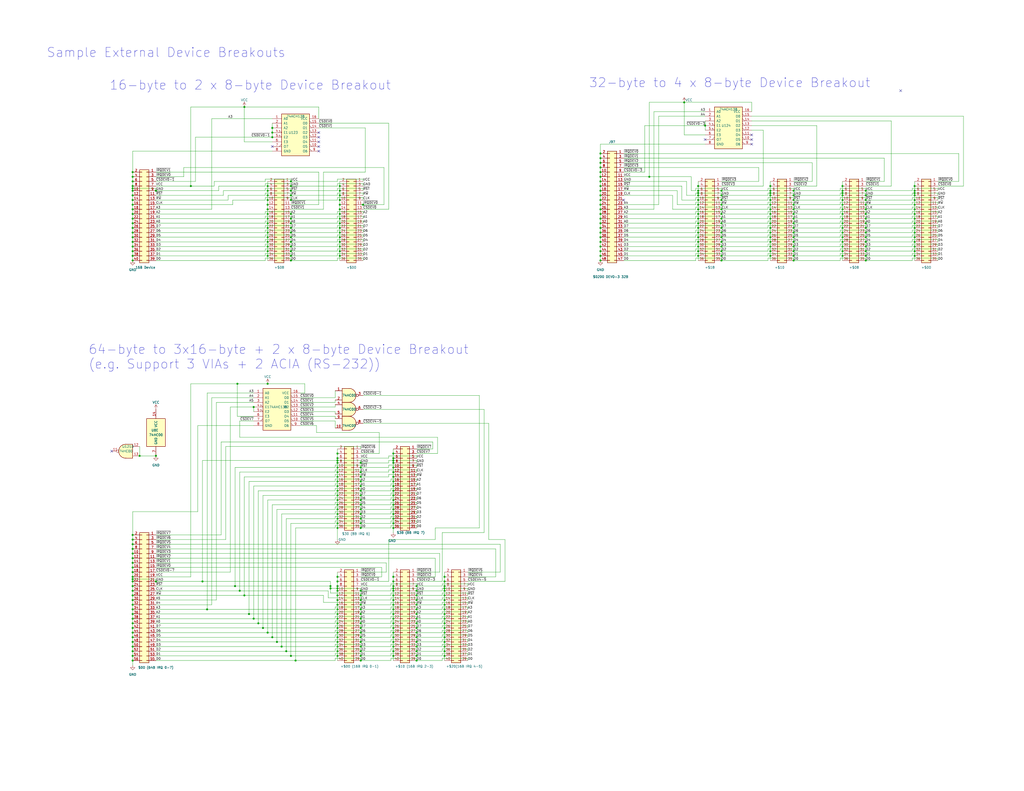
<source format=kicad_sch>
(kicad_sch (version 20230121) (generator eeschema)
  (paper "C")
  (junction (at 433.07 137.16))
  (junction (at 196.85 340.36))
  (junction (at 214.63 273.05))
  (junction (at 184.15 247.65))
  (junction (at 184.15 322.58))
  (junction (at 185.42 111.76))
  (junction (at 384.81 68.58))
  (junction (at 420.37 127))
  (junction (at 76.2 248.92))
  (junction (at 72.39 350.52))
  (junction (at 72.39 358.14))
  (junction (at 184.15 330.2))
  (junction (at 459.74 111.76))
  (junction (at 184.15 345.44))
  (junction (at 459.74 106.68))
  (junction (at 499.11 106.68))
  (junction (at 185.42 129.54))
  (junction (at 72.39 93.98))
  (junction (at 433.07 121.92))
  (junction (at 214.63 350.52))
  (junction (at 433.07 139.7))
  (junction (at 327.66 109.22))
  (junction (at 72.39 345.44))
  (junction (at 72.39 353.06))
  (junction (at 433.07 119.38))
  (junction (at 72.39 102.87))
  (junction (at 214.63 327.66))
  (junction (at 393.7 106.68))
  (junction (at 146.05 121.92))
  (junction (at 242.57 353.06))
  (junction (at 214.63 283.21))
  (junction (at 327.66 119.38))
  (junction (at 185.42 127))
  (junction (at 433.07 116.84))
  (junction (at 499.11 104.14))
  (junction (at 146.05 137.16))
  (junction (at 214.63 262.89))
  (junction (at 72.39 332.74))
  (junction (at 196.85 278.13))
  (junction (at 381 127))
  (junction (at 472.44 129.54))
  (junction (at 499.11 129.54))
  (junction (at 72.39 129.54))
  (junction (at 158.75 358.14))
  (junction (at 327.66 124.46))
  (junction (at 420.37 101.6))
  (junction (at 185.42 134.62))
  (junction (at 72.39 337.82))
  (junction (at 196.85 345.44))
  (junction (at 184.15 321.31))
  (junction (at 85.09 104.14))
  (junction (at 420.37 111.76))
  (junction (at 184.15 280.67))
  (junction (at 420.37 119.38))
  (junction (at 158.75 142.24))
  (junction (at 214.63 280.67))
  (junction (at 214.63 288.29))
  (junction (at 158.75 121.92))
  (junction (at 214.63 317.5))
  (junction (at 499.11 127))
  (junction (at 381 105.41))
  (junction (at 433.07 109.22))
  (junction (at 242.57 355.6))
  (junction (at 184.15 350.52))
  (junction (at 242.57 342.9))
  (junction (at 381 114.3))
  (junction (at 327.66 134.62))
  (junction (at 158.75 116.84))
  (junction (at 227.33 325.12))
  (junction (at 148.59 69.85))
  (junction (at 393.7 139.7))
  (junction (at 499.11 119.38))
  (junction (at 242.57 317.5))
  (junction (at 214.63 320.04))
  (junction (at 146.05 139.7))
  (junction (at 227.33 322.58))
  (junction (at 472.44 142.24))
  (junction (at 499.11 132.08))
  (junction (at 242.57 347.98))
  (junction (at 185.42 137.16))
  (junction (at 420.37 116.84))
  (junction (at 146.05 116.84))
  (junction (at 196.85 262.89))
  (junction (at 214.63 337.82))
  (junction (at 196.85 332.74))
  (junction (at 393.7 124.46))
  (junction (at 72.39 302.26))
  (junction (at 381 104.14))
  (junction (at 158.75 101.6))
  (junction (at 472.44 121.92))
  (junction (at 148.59 74.93))
  (junction (at 227.33 360.68))
  (junction (at 158.75 119.38))
  (junction (at 381 111.76))
  (junction (at 242.57 327.66))
  (junction (at 184.15 353.06))
  (junction (at 72.39 124.46))
  (junction (at 393.7 116.84))
  (junction (at 158.75 137.16))
  (junction (at 196.85 360.68))
  (junction (at 499.11 105.41))
  (junction (at 393.7 132.08))
  (junction (at 135.89 335.28))
  (junction (at 185.42 109.22))
  (junction (at 420.37 106.68))
  (junction (at 153.67 353.06))
  (junction (at 381 132.08))
  (junction (at 227.33 347.98))
  (junction (at 499.11 139.7))
  (junction (at 196.85 280.67))
  (junction (at 472.44 109.22))
  (junction (at 196.85 273.05))
  (junction (at 196.85 260.35))
  (junction (at 381 119.38))
  (junction (at 72.39 307.34))
  (junction (at 459.74 121.92))
  (junction (at 196.85 342.9))
  (junction (at 327.66 88.9))
  (junction (at 185.42 124.46))
  (junction (at 85.09 317.5))
  (junction (at 184.15 252.73))
  (junction (at 129.54 209.55))
  (junction (at 184.15 320.04))
  (junction (at 184.15 270.51))
  (junction (at 196.85 337.82))
  (junction (at 472.44 134.62))
  (junction (at 327.66 142.24))
  (junction (at 214.63 257.81))
  (junction (at 327.66 137.16))
  (junction (at 196.85 353.06))
  (junction (at 242.57 335.28))
  (junction (at 72.39 312.42))
  (junction (at 214.63 330.2))
  (junction (at 196.85 257.81))
  (junction (at 72.39 292.1))
  (junction (at 499.11 116.84))
  (junction (at 184.15 317.5))
  (junction (at 158.75 134.62))
  (junction (at 146.05 124.46))
  (junction (at 393.7 127))
  (junction (at 214.63 255.27))
  (junction (at 143.51 342.9))
  (junction (at 499.11 137.16))
  (junction (at 113.03 332.74))
  (junction (at 227.33 337.82))
  (junction (at 381 134.62))
  (junction (at 158.75 104.14))
  (junction (at 196.85 350.52))
  (junction (at 327.66 121.92))
  (junction (at 327.66 96.52))
  (junction (at 196.85 283.21))
  (junction (at 133.35 58.42))
  (junction (at 472.44 111.76))
  (junction (at 459.74 104.14))
  (junction (at 184.15 283.21))
  (junction (at 196.85 322.58))
  (junction (at 472.44 106.68))
  (junction (at 184.15 325.12))
  (junction (at 72.39 316.23))
  (junction (at 214.63 342.9))
  (junction (at 327.66 116.84))
  (junction (at 185.42 101.6))
  (junction (at 72.39 139.7))
  (junction (at 72.39 104.14))
  (junction (at 420.37 114.3))
  (junction (at 472.44 114.3))
  (junction (at 196.85 288.29))
  (junction (at 381 139.7))
  (junction (at 459.74 101.6))
  (junction (at 381 129.54))
  (junction (at 227.33 320.04))
  (junction (at 227.33 340.36))
  (junction (at 242.57 322.58))
  (junction (at 420.37 132.08))
  (junction (at 72.39 294.64))
  (junction (at 472.44 119.38))
  (junction (at 214.63 285.75))
  (junction (at 499.11 114.3))
  (junction (at 214.63 345.44))
  (junction (at 184.15 260.35))
  (junction (at 196.85 335.28))
  (junction (at 214.63 347.98))
  (junction (at 433.07 111.76))
  (junction (at 72.39 342.9))
  (junction (at 227.33 353.06))
  (junction (at 472.44 139.7))
  (junction (at 214.63 314.96))
  (junction (at 327.66 99.06))
  (junction (at 459.74 119.38))
  (junction (at 420.37 105.41))
  (junction (at 196.85 327.66))
  (junction (at 214.63 335.28))
  (junction (at 472.44 137.16))
  (junction (at 227.33 355.6))
  (junction (at 158.75 127))
  (junction (at 214.63 270.51))
  (junction (at 459.74 105.41))
  (junction (at 420.37 139.7))
  (junction (at 227.33 330.2))
  (junction (at 393.7 114.3))
  (junction (at 184.15 355.6))
  (junction (at 459.74 109.22))
  (junction (at 433.07 129.54))
  (junction (at 214.63 353.06))
  (junction (at 72.39 330.2))
  (junction (at 72.39 106.68))
  (junction (at 393.7 109.22))
  (junction (at 420.37 137.16))
  (junction (at 196.85 275.59))
  (junction (at 72.39 340.36))
  (junction (at 72.39 119.38))
  (junction (at 214.63 278.13))
  (junction (at 184.15 337.82))
  (junction (at 72.39 114.3))
  (junction (at 185.42 106.68))
  (junction (at 128.27 320.04))
  (junction (at 146.05 209.55))
  (junction (at 185.42 132.08))
  (junction (at 214.63 247.65))
  (junction (at 327.66 101.6))
  (junction (at 72.39 142.24))
  (junction (at 146.05 119.38))
  (junction (at 196.85 255.27))
  (junction (at 327.66 91.44))
  (junction (at 196.85 347.98))
  (junction (at 393.7 129.54))
  (junction (at 184.15 275.59))
  (junction (at 393.7 104.14))
  (junction (at 72.39 134.62))
  (junction (at 184.15 250.19))
  (junction (at 184.15 340.36))
  (junction (at 381 106.68))
  (junction (at 72.39 355.6))
  (junction (at 433.07 124.46))
  (junction (at 72.39 101.6))
  (junction (at 420.37 109.22))
  (junction (at 393.7 119.38))
  (junction (at 327.66 93.98))
  (junction (at 180.34 320.04))
  (junction (at 242.57 314.96))
  (junction (at 242.57 337.82))
  (junction (at 185.42 116.84))
  (junction (at 381 101.6))
  (junction (at 184.15 265.43))
  (junction (at 72.39 314.96))
  (junction (at 72.39 99.06))
  (junction (at 184.15 273.05))
  (junction (at 184.15 327.66))
  (junction (at 459.74 127))
  (junction (at 214.63 321.31))
  (junction (at 184.15 278.13))
  (junction (at 184.15 251.46))
  (junction (at 420.37 134.62))
  (junction (at 227.33 332.74))
  (junction (at 146.05 101.6))
  (junction (at 227.33 335.28))
  (junction (at 146.05 111.76))
  (junction (at 327.66 86.36))
  (junction (at 184.15 257.81))
  (junction (at 420.37 104.14))
  (junction (at 433.07 104.14))
  (junction (at 242.57 330.2))
  (junction (at 227.33 345.44))
  (junction (at 433.07 127))
  (junction (at 72.39 121.92))
  (junction (at 104.14 101.6))
  (junction (at 196.85 355.6))
  (junction (at 146.05 104.14))
  (junction (at 185.42 139.7))
  (junction (at 184.15 314.96))
  (junction (at 227.33 327.66))
  (junction (at 146.05 129.54))
  (junction (at 381 121.92))
  (junction (at 393.7 137.16))
  (junction (at 393.7 121.92))
  (junction (at 420.37 124.46))
  (junction (at 472.44 127))
  (junction (at 158.75 139.7))
  (junction (at 227.33 342.9))
  (junction (at 242.57 320.04))
  (junction (at 138.43 337.82))
  (junction (at 242.57 321.31))
  (junction (at 393.7 142.24))
  (junction (at 158.75 124.46))
  (junction (at 110.49 317.5))
  (junction (at 184.15 347.98))
  (junction (at 196.85 252.73))
  (junction (at 327.66 129.54))
  (junction (at 146.05 106.68))
  (junction (at 214.63 252.73))
  (junction (at 499.11 121.92))
  (junction (at 393.7 134.62))
  (junction (at 214.63 267.97))
  (junction (at 184.15 342.9))
  (junction (at 72.39 111.76))
  (junction (at 72.39 304.8))
  (junction (at 184.15 288.29))
  (junction (at 72.39 127))
  (junction (at 214.63 332.74))
  (junction (at 85.09 248.92))
  (junction (at 459.74 132.08))
  (junction (at 184.15 358.14))
  (junction (at 499.11 134.62))
  (junction (at 158.75 106.68))
  (junction (at 214.63 275.59))
  (junction (at 146.05 132.08))
  (junction (at 72.39 96.52))
  (junction (at 381 124.46))
  (junction (at 214.63 355.6))
  (junction (at 242.57 350.52))
  (junction (at 72.39 299.72))
  (junction (at 196.85 330.2))
  (junction (at 327.66 106.68))
  (junction (at 185.42 114.3))
  (junction (at 72.39 325.12))
  (junction (at 185.42 104.14))
  (junction (at 148.59 347.98))
  (junction (at 72.39 309.88))
  (junction (at 472.44 116.84))
  (junction (at 242.57 332.74))
  (junction (at 184.15 285.75))
  (junction (at 158.75 132.08))
  (junction (at 130.81 322.58))
  (junction (at 433.07 142.24))
  (junction (at 148.59 72.39))
  (junction (at 72.39 317.5))
  (junction (at 72.39 360.68))
  (junction (at 184.15 262.89))
  (junction (at 227.33 350.52))
  (junction (at 158.75 109.22))
  (junction (at 214.63 325.12))
  (junction (at 72.39 320.04))
  (junction (at 146.05 345.44))
  (junction (at 472.44 124.46))
  (junction (at 158.75 129.54))
  (junction (at 433.07 132.08))
  (junction (at 140.97 340.36))
  (junction (at 72.39 116.84))
  (junction (at 156.21 355.6))
  (junction (at 198.12 111.76))
  (junction (at 499.11 101.6))
  (junction (at 214.63 251.46))
  (junction (at 381 109.22))
  (junction (at 433.07 106.68))
  (junction (at 185.42 119.38))
  (junction (at 499.11 111.76))
  (junction (at 420.37 129.54))
  (junction (at 472.44 132.08))
  (junction (at 227.33 358.14))
  (junction (at 146.05 109.22))
  (junction (at 151.13 350.52))
  (junction (at 214.63 250.19))
  (junction (at 196.85 267.97))
  (junction (at 433.07 114.3))
  (junction (at 214.63 260.35))
  (junction (at 196.85 358.14))
  (junction (at 459.74 116.84))
  (junction (at 327.66 114.3))
  (junction (at 242.57 345.44))
  (junction (at 72.39 297.18))
  (junction (at 459.74 114.3))
  (junction (at 459.74 134.62))
  (junction (at 472.44 104.14))
  (junction (at 242.57 325.12))
  (junction (at 459.74 124.46))
  (junction (at 72.39 137.16))
  (junction (at 327.66 83.82))
  (junction (at 184.15 332.74))
  (junction (at 138.43 222.25))
  (junction (at 381 116.84))
  (junction (at 433.07 134.62))
  (junction (at 72.39 347.98))
  (junction (at 72.39 322.58))
  (junction (at 327.66 104.14))
  (junction (at 146.05 127))
  (junction (at 146.05 134.62))
  (junction (at 133.35 325.12))
  (junction (at 393.7 111.76))
  (junction (at 373.38 55.88))
  (junction (at 72.39 327.66))
  (junction (at 214.63 358.14))
  (junction (at 184.15 335.28))
  (junction (at 180.34 321.31))
  (junction (at 459.74 129.54))
  (junction (at 327.66 127))
  (junction (at 184.15 255.27))
  (junction (at 499.11 109.22))
  (junction (at 327.66 111.76))
  (junction (at 158.75 99.06))
  (junction (at 327.66 139.7))
  (junction (at 196.85 265.43))
  (junction (at 242.57 340.36))
  (junction (at 196.85 325.12))
  (junction (at 146.05 114.3))
  (junction (at 420.37 121.92))
  (junction (at 214.63 322.58))
  (junction (at 72.39 132.08))
  (junction (at 381 137.16))
  (junction (at 196.85 285.75))
  (junction (at 214.63 340.36))
  (junction (at 214.63 265.43))
  (junction (at 242.57 358.14))
  (junction (at 72.39 109.22))
  (junction (at 184.15 267.97))
  (junction (at 196.85 270.51))
  (junction (at 499.11 124.46))
  (junction (at 459.74 137.16))
  (junction (at 459.74 139.7))
  (junction (at 327.66 132.08))
  (junction (at 354.33 96.52))
  (junction (at 72.39 335.28))
  (junction (at 185.42 121.92))
  (junction (at 161.29 360.68))
  (no_connect (at 173.99 74.93))
  (no_connect (at 384.81 76.2))
  (no_connect (at 340.36 109.22))
  (no_connect (at 410.21 78.74))
  (no_connect (at 148.59 80.01))
  (no_connect (at 491.49 49.53))
  (no_connect (at 173.99 82.55))
  (no_connect (at 173.99 77.47))
  (no_connect (at 60.96 246.38))
  (no_connect (at 173.99 72.39))
  (no_connect (at 410.21 76.2))
  (no_connect (at 173.99 80.01))
  (no_connect (at 410.21 73.66))
  (wire (pts (xy 213.36 280.67) (xy 213.36 279.4)))
  (wire (pts (xy 158.75 106.68) (xy 184.15 106.68)))
  (wire (pts (xy 184.15 325.12) (xy 184.15 327.66)))
  (wire (pts (xy 214.63 275.59) (xy 214.63 278.13)))
  (wire (pts (xy 173.99 67.31) (xy 212.09 67.31)))
  (wire (pts (xy 340.36 121.92) (xy 379.73 121.92)))
  (wire (pts (xy 459.74 139.7) (xy 459.74 142.24)))
  (wire (pts (xy 227.33 325.12) (xy 227.33 323.85)))
  (wire (pts (xy 153.67 280.67) (xy 182.88 280.67)))
  (wire (pts (xy 227.33 330.2) (xy 241.3 330.2)))
  (wire (pts (xy 182.88 280.67) (xy 182.88 279.4)))
  (wire (pts (xy 458.47 121.92) (xy 458.47 120.65)))
  (wire (pts (xy 184.15 337.82) (xy 184.15 340.36)))
  (wire (pts (xy 124.46 109.22) (xy 85.09 109.22)))
  (wire (pts (xy 443.23 99.06) (xy 433.07 99.06)))
  (wire (pts (xy 128.27 255.27) (xy 182.88 255.27)))
  (wire (pts (xy 381 116.84) (xy 381 119.38)))
  (wire (pts (xy 213.36 328.93) (xy 227.33 328.93)))
  (wire (pts (xy 511.81 133.35) (xy 511.81 134.62)))
  (wire (pts (xy 123.19 243.84) (xy 196.85 243.84)))
  (wire (pts (xy 104.14 314.96) (xy 85.09 314.96)))
  (wire (pts (xy 381 137.16) (xy 381 139.7)))
  (wire (pts (xy 185.42 101.6) (xy 185.42 104.14)))
  (wire (pts (xy 242.57 335.28) (xy 242.57 337.82)))
  (wire (pts (xy 327.66 83.82) (xy 327.66 86.36)))
  (wire (pts (xy 198.12 128.27) (xy 198.12 129.54)))
  (wire (pts (xy 72.39 132.08) (xy 72.39 134.62)))
  (wire (pts (xy 384.81 78.74) (xy 327.66 78.74)))
  (wire (pts (xy 214.63 342.9) (xy 214.63 345.44)))
  (wire (pts (xy 85.09 307.34) (xy 210.82 307.34)))
  (wire (pts (xy 511.81 138.43) (xy 511.81 139.7)))
  (wire (pts (xy 369.57 111.76) (xy 369.57 104.14)))
  (wire (pts (xy 237.49 294.64) (xy 212.09 294.64)))
  (wire (pts (xy 128.27 320.04) (xy 180.34 320.04)))
  (wire (pts (xy 213.36 284.48) (xy 227.33 284.48)))
  (wire (pts (xy 100.33 96.52) (xy 85.09 96.52)))
  (wire (pts (xy 185.42 106.68) (xy 185.42 109.22)))
  (wire (pts (xy 72.39 317.5) (xy 72.39 320.04)))
  (wire (pts (xy 433.07 124.46) (xy 458.47 124.46)))
  (wire (pts (xy 241.3 330.2) (xy 241.3 328.93)))
  (wire (pts (xy 182.88 359.41) (xy 196.85 359.41)))
  (wire (pts (xy 420.37 124.46) (xy 420.37 127)))
  (wire (pts (xy 241.3 336.55) (xy 255.27 336.55)))
  (wire (pts (xy 72.39 93.98) (xy 72.39 96.52)))
  (wire (pts (xy 184.15 355.6) (xy 184.15 358.14)))
  (wire (pts (xy 420.37 129.54) (xy 420.37 132.08)))
  (wire (pts (xy 158.75 130.81) (xy 158.75 132.08)))
  (wire (pts (xy 144.78 124.46) (xy 144.78 123.19)))
  (wire (pts (xy 185.42 139.7) (xy 185.42 142.24)))
  (wire (pts (xy 381 99.06) (xy 381 101.6)))
  (wire (pts (xy 138.43 219.71) (xy 118.11 219.71)))
  (wire (pts (xy 196.85 260.35) (xy 196.85 259.08)))
  (wire (pts (xy 419.1 107.95) (xy 433.07 107.95)))
  (wire (pts (xy 379.73 115.57) (xy 393.7 115.57)))
  (wire (pts (xy 214.63 260.35) (xy 214.63 262.89)))
  (wire (pts (xy 158.75 109.22) (xy 184.15 109.22)))
  (wire (pts (xy 241.3 317.5) (xy 227.33 317.5)))
  (wire (pts (xy 144.78 138.43) (xy 158.75 138.43)))
  (wire (pts (xy 151.13 350.52) (xy 182.88 350.52)))
  (wire (pts (xy 384.81 68.58) (xy 351.79 68.58)))
  (wire (pts (xy 196.85 312.42) (xy 210.82 312.42)))
  (wire (pts (xy 214.63 355.6) (xy 214.63 358.14)))
  (wire (pts (xy 196.85 260.35) (xy 212.09 260.35)))
  (wire (pts (xy 144.78 123.19) (xy 158.75 123.19)))
  (wire (pts (xy 255.27 318.77) (xy 255.27 320.04)))
  (wire (pts (xy 379.73 109.22) (xy 379.73 107.95)))
  (wire (pts (xy 196.85 267.97) (xy 196.85 266.7)))
  (wire (pts (xy 384.81 66.04) (xy 384.81 68.58)))
  (wire (pts (xy 130.81 257.81) (xy 130.81 322.58)))
  (wire (pts (xy 214.63 251.46) (xy 214.63 252.73)))
  (wire (pts (xy 410.21 71.12) (xy 416.56 71.12)))
  (wire (pts (xy 166.37 209.55) (xy 166.37 214.63)))
  (wire (pts (xy 433.07 133.35) (xy 433.07 134.62)))
  (wire (pts (xy 210.82 307.34) (xy 210.82 312.42)))
  (wire (pts (xy 379.73 137.16) (xy 379.73 135.89)))
  (wire (pts (xy 419.1 121.92) (xy 419.1 120.65)))
  (wire (pts (xy 241.3 326.39) (xy 241.3 327.66)))
  (wire (pts (xy 393.7 105.41) (xy 393.7 106.68)))
  (wire (pts (xy 214.63 257.81) (xy 214.63 260.35)))
  (wire (pts (xy 146.05 119.38) (xy 146.05 121.92)))
  (wire (pts (xy 227.33 271.78) (xy 227.33 273.05)))
  (wire (pts (xy 185.42 104.14) (xy 185.42 106.68)))
  (wire (pts (xy 499.11 134.62) (xy 499.11 137.16)))
  (wire (pts (xy 213.36 346.71) (xy 227.33 346.71)))
  (wire (pts (xy 196.85 331.47) (xy 196.85 332.74)))
  (wire (pts (xy 214.63 252.73) (xy 214.63 255.27)))
  (wire (pts (xy 459.74 105.41) (xy 472.44 105.41)))
  (wire (pts (xy 212.09 67.31) (xy 212.09 114.3)))
  (wire (pts (xy 72.39 114.3) (xy 72.39 116.84)))
  (wire (pts (xy 144.78 100.33) (xy 144.78 101.6)))
  (wire (pts (xy 144.78 142.24) (xy 144.78 140.97)))
  (wire (pts (xy 127 109.22) (xy 144.78 109.22)))
  (wire (pts (xy 213.36 276.86) (xy 227.33 276.86)))
  (wire (pts (xy 511.81 110.49) (xy 511.81 111.76)))
  (wire (pts (xy 241.3 353.06) (xy 241.3 351.79)))
  (wire (pts (xy 499.11 121.92) (xy 499.11 124.46)))
  (wire (pts (xy 72.39 116.84) (xy 72.39 119.38)))
  (wire (pts (xy 196.85 327.66) (xy 213.36 327.66)))
  (wire (pts (xy 227.33 279.4) (xy 227.33 280.67)))
  (wire (pts (xy 196.85 320.04) (xy 213.36 320.04)))
  (wire (pts (xy 184.15 278.13) (xy 184.15 280.67)))
  (wire (pts (xy 214.63 270.51) (xy 214.63 273.05)))
  (wire (pts (xy 237.49 314.96) (xy 237.49 304.8)))
  (wire (pts (xy 327.66 132.08) (xy 327.66 134.62)))
  (wire (pts (xy 196.85 356.87) (xy 196.85 358.14)))
  (wire (pts (xy 433.07 106.68) (xy 458.47 106.68)))
  (wire (pts (xy 119.38 104.14) (xy 85.09 104.14)))
  (wire (pts (xy 227.33 337.82) (xy 241.3 337.82)))
  (wire (pts (xy 255.27 356.87) (xy 255.27 358.14)))
  (wire (pts (xy 72.39 302.26) (xy 72.39 304.8)))
  (wire (pts (xy 264.16 290.83) (xy 241.3 290.83)))
  (wire (pts (xy 182.88 267.97) (xy 182.88 266.7)))
  (wire (pts (xy 184.15 142.24) (xy 184.15 140.97)))
  (wire (pts (xy 275.59 317.5) (xy 255.27 317.5)))
  (wire (pts (xy 184.15 280.67) (xy 184.15 283.21)))
  (wire (pts (xy 120.65 292.1) (xy 120.65 241.3)))
  (wire (pts (xy 176.53 114.3) (xy 158.75 114.3)))
  (wire (pts (xy 242.57 358.14) (xy 242.57 360.68)))
  (wire (pts (xy 85.09 114.3) (xy 115.57 114.3)))
  (wire (pts (xy 213.36 328.93) (xy 213.36 330.2)))
  (wire (pts (xy 133.35 77.47) (xy 133.35 58.42)))
  (wire (pts (xy 227.33 344.17) (xy 227.33 345.44)))
  (wire (pts (xy 419.1 140.97) (xy 433.07 140.97)))
  (wire (pts (xy 208.28 314.96) (xy 208.28 309.88)))
  (wire (pts (xy 85.09 347.98) (xy 148.59 347.98)))
  (wire (pts (xy 458.47 110.49) (xy 458.47 111.76)))
  (wire (pts (xy 351.79 68.58) (xy 351.79 93.98)))
  (wire (pts (xy 196.85 111.76) (xy 198.12 111.76)))
  (wire (pts (xy 472.44 107.95) (xy 472.44 109.22)))
  (wire (pts (xy 419.1 113.03) (xy 433.07 113.03)))
  (wire (pts (xy 196.85 257.81) (xy 212.09 257.81)))
  (wire (pts (xy 196.85 285.75) (xy 213.36 285.75)))
  (wire (pts (xy 255.27 321.31) (xy 242.57 321.31)))
  (wire (pts (xy 381 109.22) (xy 381 111.76)))
  (wire (pts (xy 85.09 111.76) (xy 127 111.76)))
  (wire (pts (xy 241.3 325.12) (xy 241.3 323.85)))
  (wire (pts (xy 199.39 93.98) (xy 176.53 93.98)))
  (wire (pts (xy 472.44 134.62) (xy 497.84 134.62)))
  (wire (pts (xy 184.15 139.7) (xy 184.15 138.43)))
  (wire (pts (xy 497.84 133.35) (xy 511.81 133.35)))
  (wire (pts (xy 182.88 285.75) (xy 158.75 285.75)))
  (wire (pts (xy 180.34 321.31) (xy 184.15 321.31)))
  (wire (pts (xy 419.1 129.54) (xy 419.1 128.27)))
  (wire (pts (xy 227.33 339.09) (xy 227.33 340.36)))
  (wire (pts (xy 214.63 345.44) (xy 214.63 347.98)))
  (wire (pts (xy 196.85 265.43) (xy 213.36 265.43)))
  (wire (pts (xy 140.97 267.97) (xy 182.88 267.97)))
  (wire (pts (xy 104.14 101.6) (xy 116.84 101.6)))
  (wire (pts (xy 241.3 345.44) (xy 241.3 344.17)))
  (wire (pts (xy 255.27 359.41) (xy 255.27 360.68)))
  (wire (pts (xy 184.15 322.58) (xy 184.15 325.12)))
  (wire (pts (xy 196.85 288.29) (xy 213.36 288.29)))
  (wire (pts (xy 184.15 252.73) (xy 184.15 255.27)))
  (wire (pts (xy 393.7 128.27) (xy 393.7 129.54)))
  (wire (pts (xy 327.66 91.44) (xy 327.66 93.98)))
  (wire (pts (xy 196.85 355.6) (xy 213.36 355.6)))
  (wire (pts (xy 104.14 209.55) (xy 129.54 209.55)))
  (wire (pts (xy 184.15 342.9) (xy 184.15 345.44)))
  (wire (pts (xy 340.36 101.6) (xy 372.11 101.6)))
  (wire (pts (xy 198.12 100.33) (xy 198.12 101.6)))
  (wire (pts (xy 472.44 123.19) (xy 472.44 124.46)))
  (wire (pts (xy 241.3 340.36) (xy 241.3 339.09)))
  (wire (pts (xy 458.47 135.89) (xy 472.44 135.89)))
  (wire (pts (xy 72.39 342.9) (xy 72.39 345.44)))
  (wire (pts (xy 196.85 359.41) (xy 196.85 360.68)))
  (wire (pts (xy 72.39 109.22) (xy 72.39 111.76)))
  (wire (pts (xy 212.09 255.27) (xy 212.09 254)))
  (wire (pts (xy 227.33 328.93) (xy 227.33 330.2)))
  (wire (pts (xy 138.43 229.87) (xy 130.81 229.87)))
  (wire (pts (xy 379.73 106.68) (xy 379.73 105.41)))
  (wire (pts (xy 184.15 121.92) (xy 184.15 120.65)))
  (wire (pts (xy 196.85 280.67) (xy 196.85 279.4)))
  (wire (pts (xy 182.88 259.08) (xy 196.85 259.08)))
  (wire (pts (xy 146.05 124.46) (xy 146.05 127)))
  (wire (pts (xy 379.73 139.7) (xy 379.73 138.43)))
  (wire (pts (xy 340.36 134.62) (xy 379.73 134.62)))
  (wire (pts (xy 214.63 251.46) (xy 227.33 251.46)))
  (wire (pts (xy 212.09 259.08) (xy 227.33 259.08)))
  (wire (pts (xy 227.33 322.58) (xy 241.3 322.58)))
  (wire (pts (xy 227.33 351.79) (xy 227.33 353.06)))
  (wire (pts (xy 85.09 317.5) (xy 110.49 317.5)))
  (wire (pts (xy 182.88 254) (xy 196.85 254)))
  (wire (pts (xy 121.92 104.14) (xy 121.92 106.68)))
  (wire (pts (xy 196.85 354.33) (xy 196.85 355.6)))
  (wire (pts (xy 72.39 325.12) (xy 72.39 327.66)))
  (wire (pts (xy 144.78 139.7) (xy 144.78 138.43)))
  (wire (pts (xy 433.07 113.03) (xy 433.07 114.3)))
  (wire (pts (xy 255.27 331.47) (xy 255.27 332.74)))
  (wire (pts (xy 158.75 137.16) (xy 184.15 137.16)))
  (wire (pts (xy 85.09 121.92) (xy 144.78 121.92)))
  (wire (pts (xy 213.36 331.47) (xy 227.33 331.47)))
  (wire (pts (xy 242.57 320.04) (xy 242.57 321.31)))
  (wire (pts (xy 419.1 114.3) (xy 419.1 113.03)))
  (wire (pts (xy 196.85 346.71) (xy 196.85 347.98)))
  (wire (pts (xy 163.83 229.87) (xy 182.88 229.87)))
  (wire (pts (xy 420.37 121.92) (xy 420.37 124.46)))
  (wire (pts (xy 381 111.76) (xy 381 114.3)))
  (wire (pts (xy 213.36 271.78) (xy 227.33 271.78)))
  (wire (pts (xy 196.85 270.51) (xy 213.36 270.51)))
  (wire (pts (xy 182.88 265.43) (xy 182.88 264.16)))
  (wire (pts (xy 130.81 238.76) (xy 238.76 238.76)))
  (wire (pts (xy 458.47 127) (xy 458.47 125.73)))
  (wire (pts (xy 85.09 294.64) (xy 123.19 294.64)))
  (wire (pts (xy 327.66 78.74) (xy 327.66 83.82)))
  (wire (pts (xy 379.73 113.03) (xy 393.7 113.03)))
  (wire (pts (xy 213.36 334.01) (xy 227.33 334.01)))
  (wire (pts (xy 472.44 115.57) (xy 472.44 116.84)))
  (wire (pts (xy 182.88 229.87) (xy 182.88 233.68)))
  (wire (pts (xy 133.35 58.42) (xy 173.99 58.42)))
  (wire (pts (xy 146.05 106.68) (xy 146.05 109.22)))
  (wire (pts (xy 207.01 247.65) (xy 196.85 247.65)))
  (wire (pts (xy 497.84 132.08) (xy 497.84 130.81)))
  (wire (pts (xy 241.3 328.93) (xy 255.27 328.93)))
  (wire (pts (xy 72.39 337.82) (xy 72.39 340.36)))
  (wire (pts (xy 85.09 325.12) (xy 133.35 325.12)))
  (wire (pts (xy 327.66 111.76) (xy 327.66 114.3)))
  (wire (pts (xy 196.85 262.89) (xy 213.36 262.89)))
  (wire (pts (xy 213.36 350.52) (xy 213.36 349.25)))
  (wire (pts (xy 184.15 270.51) (xy 184.15 273.05)))
  (wire (pts (xy 227.33 358.14) (xy 241.3 358.14)))
  (wire (pts (xy 213.36 270.51) (xy 213.36 269.24)))
  (wire (pts (xy 85.09 355.6) (xy 156.21 355.6)))
  (wire (pts (xy 458.47 133.35) (xy 472.44 133.35)))
  (wire (pts (xy 499.11 105.41) (xy 499.11 106.68)))
  (wire (pts (xy 213.36 356.87) (xy 227.33 356.87)))
  (wire (pts (xy 213.36 358.14) (xy 213.36 356.87)))
  (wire (pts (xy 106.68 74.93) (xy 106.68 99.06)))
  (wire (pts (xy 511.81 120.65) (xy 511.81 121.92)))
  (wire (pts (xy 144.78 118.11) (xy 158.75 118.11)))
  (wire (pts (xy 184.15 260.35) (xy 184.15 262.89)))
  (wire (pts (xy 458.47 124.46) (xy 458.47 123.19)))
  (wire (pts (xy 72.39 353.06) (xy 72.39 355.6)))
  (wire (pts (xy 393.7 139.7) (xy 419.1 139.7)))
  (wire (pts (xy 379.73 119.38) (xy 379.73 118.11)))
  (wire (pts (xy 148.59 69.85) (xy 148.59 72.39)))
  (wire (pts (xy 227.33 276.86) (xy 227.33 278.13)))
  (wire (pts (xy 124.46 106.68) (xy 124.46 109.22)))
  (wire (pts (xy 85.09 129.54) (xy 144.78 129.54)))
  (wire (pts (xy 156.21 283.21) (xy 156.21 355.6)))
  (wire (pts (xy 172.72 232.41) (xy 172.72 236.22)))
  (wire (pts (xy 213.36 288.29) (xy 213.36 287.02)))
  (wire (pts (xy 184.15 321.31) (xy 196.85 321.31)))
  (wire (pts (xy 213.36 321.31) (xy 214.63 321.31)))
  (wire (pts (xy 419.1 120.65) (xy 433.07 120.65)))
  (wire (pts (xy 212.09 250.19) (xy 212.09 248.92)))
  (wire (pts (xy 198.12 111.76) (xy 209.55 111.76)))
  (wire (pts (xy 458.47 107.95) (xy 472.44 107.95)))
  (wire (pts (xy 241.3 334.01) (xy 255.27 334.01)))
  (wire (pts (xy 472.44 99.06) (xy 482.6 99.06)))
  (wire (pts (xy 184.15 99.06) (xy 184.15 97.79)))
  (wire (pts (xy 273.05 297.18) (xy 273.05 312.42)))
  (wire (pts (xy 198.12 133.35) (xy 198.12 134.62)))
  (wire (pts (xy 241.3 354.33) (xy 255.27 354.33)))
  (wire (pts (xy 182.88 346.71) (xy 196.85 346.71)))
  (wire (pts (xy 144.78 104.14) (xy 121.92 104.14)))
  (wire (pts (xy 420.37 104.14) (xy 420.37 105.41)))
  (wire (pts (xy 144.78 140.97) (xy 158.75 140.97)))
  (wire (pts (xy 419.1 102.87) (xy 433.07 102.87)))
  (wire (pts (xy 379.73 124.46) (xy 379.73 123.19)))
  (wire (pts (xy 227.33 322.58) (xy 227.33 321.31)))
  (wire (pts (xy 196.85 262.89) (xy 196.85 261.62)))
  (wire (pts (xy 184.15 123.19) (xy 198.12 123.19)))
  (wire (pts (xy 144.78 134.62) (xy 144.78 133.35)))
  (wire (pts (xy 176.53 328.93) (xy 196.85 328.93)))
  (wire (pts (xy 214.63 278.13) (xy 214.63 280.67)))
  (wire (pts (xy 143.51 270.51) (xy 182.88 270.51)))
  (wire (pts (xy 143.51 342.9) (xy 182.88 342.9)))
  (wire (pts (xy 242.57 330.2) (xy 242.57 332.74)))
  (wire (pts (xy 523.24 99.06) (xy 511.81 99.06)))
  (wire (pts (xy 85.09 116.84) (xy 144.78 116.84)))
  (wire (pts (xy 182.88 219.71) (xy 182.88 218.44)))
  (wire (pts (xy 393.7 115.57) (xy 393.7 116.84)))
  (wire (pts (xy 340.36 96.52) (xy 354.33 96.52)))
  (wire (pts (xy 182.88 354.33) (xy 196.85 354.33)))
  (wire (pts (xy 158.75 135.89) (xy 158.75 137.16)))
  (wire (pts (xy 340.36 142.24) (xy 379.73 142.24)))
  (wire (pts (xy 327.66 93.98) (xy 327.66 96.52)))
  (wire (pts (xy 419.1 111.76) (xy 419.1 110.49)))
  (wire (pts (xy 72.39 279.4) (xy 72.39 292.1)))
  (wire (pts (xy 144.78 97.79) (xy 144.78 99.06)))
  (wire (pts (xy 135.89 262.89) (xy 135.89 335.28)))
  (wire (pts (xy 85.09 342.9) (xy 143.51 342.9)))
  (wire (pts (xy 497.84 116.84) (xy 497.84 115.57)))
  (wire (pts (xy 158.75 99.06) (xy 184.15 99.06)))
  (wire (pts (xy 196.85 314.96) (xy 208.28 314.96)))
  (wire (pts (xy 213.36 281.94) (xy 227.33 281.94)))
  (wire (pts (xy 420.37 111.76) (xy 420.37 114.3)))
  (wire (pts (xy 214.63 330.2) (xy 214.63 332.74)))
  (wire (pts (xy 227.33 335.28) (xy 241.3 335.28)))
  (wire (pts (xy 242.57 340.36) (xy 242.57 342.9)))
  (wire (pts (xy 182.88 337.82) (xy 182.88 336.55)))
  (wire (pts (xy 140.97 340.36) (xy 182.88 340.36)))
  (wire (pts (xy 497.84 106.68) (xy 497.84 105.41)))
  (wire (pts (xy 393.7 127) (xy 419.1 127)))
  (wire (pts (xy 433.07 134.62) (xy 458.47 134.62)))
  (wire (pts (xy 379.73 111.76) (xy 369.57 111.76)))
  (wire (pts (xy 497.84 113.03) (xy 497.84 114.3)))
  (wire (pts (xy 182.88 270.51) (xy 182.88 269.24)))
  (wire (pts (xy 184.15 102.87) (xy 198.12 102.87)))
  (wire (pts (xy 214.63 314.96) (xy 214.63 317.5)))
  (wire (pts (xy 227.33 356.87) (xy 227.33 358.14)))
  (wire (pts (xy 85.09 330.2) (xy 115.57 330.2)))
  (wire (pts (xy 255.27 325.12) (xy 255.27 323.85)))
  (wire (pts (xy 184.15 340.36) (xy 184.15 342.9)))
  (wire (pts (xy 410.21 66.04) (xy 486.41 66.04)))
  (wire (pts (xy 472.44 127) (xy 497.84 127)))
  (wire (pts (xy 459.74 105.41) (xy 459.74 106.68)))
  (wire (pts (xy 123.19 294.64) (xy 123.19 243.84)))
  (wire (pts (xy 472.44 118.11) (xy 472.44 119.38)))
  (wire (pts (xy 381 104.14) (xy 381 105.41)))
  (wire (pts (xy 433.07 128.27) (xy 433.07 129.54)))
  (wire (pts (xy 497.84 102.87) (xy 511.81 102.87)))
  (wire (pts (xy 182.88 227.33) (xy 182.88 228.6)))
  (wire (pts (xy 184.15 134.62) (xy 184.15 133.35)))
  (wire (pts (xy 472.44 128.27) (xy 472.44 129.54)))
  (wire (pts (xy 227.33 360.68) (xy 241.3 360.68)))
  (wire (pts (xy 182.88 358.14) (xy 182.88 356.87)))
  (wire (pts (xy 138.43 265.43) (xy 182.88 265.43)))
  (wire (pts (xy 158.75 116.84) (xy 184.15 116.84)))
  (wire (pts (xy 241.3 341.63) (xy 255.27 341.63)))
  (wire (pts (xy 182.88 288.29) (xy 182.88 287.02)))
  (wire (pts (xy 433.07 139.7) (xy 458.47 139.7)))
  (wire (pts (xy 458.47 106.68) (xy 458.47 105.41)))
  (wire (pts (xy 458.47 120.65) (xy 472.44 120.65)))
  (wire (pts (xy 356.87 114.3) (xy 356.87 60.96)))
  (wire (pts (xy 196.85 360.68) (xy 213.36 360.68)))
  (wire (pts (xy 184.15 116.84) (xy 184.15 115.57)))
  (wire (pts (xy 472.44 124.46) (xy 497.84 124.46)))
  (wire (pts (xy 419.1 134.62) (xy 419.1 133.35)))
  (wire (pts (xy 214.63 340.36) (xy 214.63 342.9)))
  (wire (pts (xy 227.33 261.62) (xy 227.33 262.89)))
  (wire (pts (xy 433.07 118.11) (xy 433.07 119.38)))
  (wire (pts (xy 85.09 297.18) (xy 273.05 297.18)))
  (wire (pts (xy 72.39 127) (xy 72.39 129.54)))
  (wire (pts (xy 497.84 124.46) (xy 497.84 123.19)))
  (wire (pts (xy 144.78 121.92) (xy 144.78 120.65)))
  (wire (pts (xy 196.85 252.73) (xy 196.85 251.46)))
  (wire (pts (xy 241.3 347.98) (xy 241.3 346.71)))
  (wire (pts (xy 144.78 128.27) (xy 158.75 128.27)))
  (wire (pts (xy 227.33 256.54) (xy 227.33 257.81)))
  (wire (pts (xy 182.88 360.68) (xy 182.88 359.41)))
  (wire (pts (xy 85.09 309.88) (xy 208.28 309.88)))
  (wire (pts (xy 184.15 104.14) (xy 184.15 102.87)))
  (wire (pts (xy 163.83 224.79) (xy 182.88 224.79)))
  (wire (pts (xy 185.42 132.08) (xy 185.42 134.62)))
  (wire (pts (xy 242.57 314.96) (xy 242.57 317.5)))
  (wire (pts (xy 107.95 232.41) (xy 107.95 279.4)))
  (wire (pts (xy 327.66 139.7) (xy 327.66 142.24)))
  (wire (pts (xy 497.84 137.16) (xy 497.84 135.89)))
  (wire (pts (xy 379.73 135.89) (xy 393.7 135.89)))
  (wire (pts (xy 214.63 317.5) (xy 214.63 320.04)))
  (wire (pts (xy 148.59 275.59) (xy 182.88 275.59)))
  (wire (pts (xy 340.36 127) (xy 379.73 127)))
  (wire (pts (xy 242.57 332.74) (xy 242.57 335.28)))
  (wire (pts (xy 393.7 116.84) (xy 419.1 116.84)))
  (wire (pts (xy 184.15 135.89) (xy 198.12 135.89)))
  (wire (pts (xy 173.99 93.98) (xy 173.99 111.76)))
  (wire (pts (xy 458.47 119.38) (xy 458.47 118.11)))
  (wire (pts (xy 213.36 349.25) (xy 227.33 349.25)))
  (wire (pts (xy 72.39 104.14) (xy 72.39 106.68)))
  (wire (pts (xy 242.57 337.82) (xy 242.57 340.36)))
  (wire (pts (xy 85.09 137.16) (xy 144.78 137.16)))
  (wire (pts (xy 184.15 312.42) (xy 184.15 314.96)))
  (wire (pts (xy 458.47 109.22) (xy 458.47 107.95)))
  (wire (pts (xy 227.33 327.66) (xy 241.3 327.66)))
  (wire (pts (xy 196.85 267.97) (xy 213.36 267.97)))
  (wire (pts (xy 196.85 284.48) (xy 182.88 284.48)))
  (wire (pts (xy 472.44 130.81) (xy 472.44 132.08)))
  (wire (pts (xy 72.39 316.23) (xy 72.39 317.5)))
  (wire (pts (xy 158.75 102.87) (xy 144.78 102.87)))
  (wire (pts (xy 72.39 358.14) (xy 72.39 360.68)))
  (wire (pts (xy 241.3 356.87) (xy 255.27 356.87)))
  (wire (pts (xy 381 106.68) (xy 381 109.22)))
  (wire (pts (xy 184.15 107.95) (xy 198.12 107.95)))
  (wire (pts (xy 184.15 137.16) (xy 184.15 135.89)))
  (wire (pts (xy 419.1 125.73) (xy 433.07 125.73)))
  (wire (pts (xy 241.3 332.74) (xy 241.3 331.47)))
  (wire (pts (xy 497.84 135.89) (xy 511.81 135.89)))
  (wire (pts (xy 459.74 111.76) (xy 459.74 114.3)))
  (wire (pts (xy 472.44 110.49) (xy 458.47 110.49)))
  (wire (pts (xy 379.73 114.3) (xy 379.73 113.03)))
  (wire (pts (xy 255.27 346.71) (xy 255.27 347.98)))
  (wire (pts (xy 340.36 119.38) (xy 379.73 119.38)))
  (wire (pts (xy 374.65 99.06) (xy 374.65 106.68)))
  (wire (pts (xy 72.39 102.87) (xy 72.39 104.14)))
  (wire (pts (xy 420.37 105.41) (xy 433.07 105.41)))
  (wire (pts (xy 419.1 135.89) (xy 433.07 135.89)))
  (wire (pts (xy 241.3 350.52) (xy 241.3 349.25)))
  (wire (pts (xy 198.12 105.41) (xy 198.12 106.68)))
  (wire (pts (xy 196.85 321.31) (xy 196.85 322.58)))
  (wire (pts (xy 242.57 327.66) (xy 242.57 330.2)))
  (wire (pts (xy 497.84 107.95) (xy 497.84 109.22)))
  (wire (pts (xy 148.59 77.47) (xy 133.35 77.47)))
  (wire (pts (xy 227.33 331.47) (xy 227.33 332.74)))
  (wire (pts (xy 158.75 133.35) (xy 158.75 134.62)))
  (wire (pts (xy 196.85 275.59) (xy 213.36 275.59)))
  (wire (pts (xy 113.03 214.63) (xy 113.03 332.74)))
  (wire (pts (xy 419.1 106.68) (xy 419.1 105.41)))
  (wire (pts (xy 182.88 287.02) (xy 196.85 287.02)))
  (wire (pts (xy 264.16 223.52) (xy 264.16 290.83)))
  (wire (pts (xy 196.85 255.27) (xy 196.85 254)))
  (wire (pts (xy 472.44 102.87) (xy 472.44 104.14)))
  (wire (pts (xy 214.63 255.27) (xy 214.63 257.81)))
  (wire (pts (xy 433.07 125.73) (xy 433.07 127)))
  (wire (pts (xy 182.88 342.9) (xy 182.88 341.63)))
  (wire (pts (xy 198.12 130.81) (xy 198.12 132.08)))
  (wire (pts (xy 72.39 345.44) (xy 72.39 347.98)))
  (wire (pts (xy 379.73 138.43) (xy 393.7 138.43)))
  (wire (pts (xy 184.15 350.52) (xy 184.15 353.06)))
  (wire (pts (xy 72.39 292.1) (xy 72.39 294.64)))
  (wire (pts (xy 227.33 247.65) (xy 238.76 247.65)))
  (wire (pts (xy 379.73 107.95) (xy 393.7 107.95)))
  (wire (pts (xy 393.7 111.76) (xy 393.7 110.49)))
  (wire (pts (xy 379.73 125.73) (xy 393.7 125.73)))
  (wire (pts (xy 379.73 132.08) (xy 379.73 130.81)))
  (wire (pts (xy 497.84 119.38) (xy 497.84 118.11)))
  (wire (pts (xy 511.81 125.73) (xy 511.81 127)))
  (wire (pts (xy 158.75 107.95) (xy 144.78 107.95)))
  (wire (pts (xy 214.63 347.98) (xy 214.63 350.52)))
  (wire (pts (xy 166.37 214.63) (xy 163.83 214.63)))
  (wire (pts (xy 523.24 83.82) (xy 523.24 99.06)))
  (wire (pts (xy 158.75 128.27) (xy 158.75 129.54)))
  (wire (pts (xy 180.34 320.04) (xy 180.34 321.31)))
  (wire (pts (xy 196.85 275.59) (xy 196.85 274.32)))
  (wire (pts (xy 144.78 132.08) (xy 144.78 130.81)))
  (wire (pts (xy 379.73 104.14) (xy 379.73 102.87)))
  (wire (pts (xy 213.36 285.75) (xy 213.36 284.48)))
  (wire (pts (xy 72.39 297.18) (xy 72.39 299.72)))
  (wire (pts (xy 497.84 123.19) (xy 511.81 123.19)))
  (wire (pts (xy 113.03 332.74) (xy 182.88 332.74)))
  (wire (pts (xy 156.21 355.6) (xy 182.88 355.6)))
  (wire (pts (xy 72.39 294.64) (xy 72.39 297.18)))
  (wire (pts (xy 266.7 294.64) (xy 275.59 294.64)))
  (wire (pts (xy 393.7 104.14) (xy 419.1 104.14)))
  (wire (pts (xy 213.36 332.74) (xy 213.36 331.47)))
  (wire (pts (xy 182.88 335.28) (xy 182.88 334.01)))
  (wire (pts (xy 241.3 358.14) (xy 241.3 356.87)))
  (wire (pts (xy 459.74 109.22) (xy 459.74 111.76)))
  (wire (pts (xy 511.81 123.19) (xy 511.81 124.46)))
  (wire (pts (xy 340.36 106.68) (xy 367.03 106.68)))
  (wire (pts (xy 144.78 107.95) (xy 144.78 109.22)))
  (wire (pts (xy 135.89 262.89) (xy 182.88 262.89)))
  (wire (pts (xy 184.15 267.97) (xy 184.15 270.51)))
  (wire (pts (xy 196.85 252.73) (xy 212.09 252.73)))
  (wire (pts (xy 327.66 137.16) (xy 327.66 139.7)))
  (wire (pts (xy 184.15 97.79) (xy 198.12 97.79)))
  (wire (pts (xy 213.36 267.97) (xy 213.36 266.7)))
  (wire (pts (xy 377.19 96.52) (xy 377.19 104.14)))
  (wire (pts (xy 227.33 327.66) (xy 227.33 326.39)))
  (wire (pts (xy 213.36 275.59) (xy 213.36 274.32)))
  (wire (pts (xy 184.15 120.65) (xy 198.12 120.65)))
  (wire (pts (xy 184.15 115.57) (xy 198.12 115.57)))
  (wire (pts (xy 182.88 222.25) (xy 182.88 220.98)))
  (wire (pts (xy 213.36 278.13) (xy 213.36 276.86)))
  (wire (pts (xy 196.85 273.05) (xy 213.36 273.05)))
  (wire (pts (xy 497.84 129.54) (xy 497.84 128.27)))
  (wire (pts (xy 116.84 101.6) (xy 116.84 99.06)))
  (wire (pts (xy 241.3 355.6) (xy 241.3 354.33)))
  (wire (pts (xy 125.73 222.25) (xy 138.43 222.25)))
  (wire (pts (xy 213.36 322.58) (xy 213.36 321.31)))
  (wire (pts (xy 433.07 105.41) (xy 433.07 106.68)))
  (wire (pts (xy 227.33 264.16) (xy 227.33 265.43)))
  (wire (pts (xy 227.33 252.73) (xy 227.33 251.46)))
  (wire (pts (xy 419.1 128.27) (xy 433.07 128.27)))
  (wire (pts (xy 184.15 358.14) (xy 184.15 360.68)))
  (wire (pts (xy 72.39 111.76) (xy 72.39 114.3)))
  (wire (pts (xy 158.75 127) (xy 184.15 127)))
  (wire (pts (xy 196.85 257.81) (xy 196.85 256.54)))
  (wire (pts (xy 472.44 125.73) (xy 472.44 127)))
  (wire (pts (xy 182.88 261.62) (xy 196.85 261.62)))
  (wire (pts (xy 158.75 100.33) (xy 144.78 100.33)))
  (wire (pts (xy 227.33 340.36) (xy 241.3 340.36)))
  (wire (pts (xy 459.74 104.14) (xy 459.74 105.41)))
  (wire (pts (xy 410.21 68.58) (xy 445.77 68.58)))
  (wire (pts (xy 182.88 255.27) (xy 182.88 254)))
  (wire (pts (xy 72.39 304.8) (xy 72.39 307.34)))
  (wire (pts (xy 459.74 101.6) (xy 459.74 104.14)))
  (wire (pts (xy 497.84 109.22) (xy 472.44 109.22)))
  (wire (pts (xy 214.63 325.12) (xy 214.63 327.66)))
  (wire (pts (xy 72.39 99.06) (xy 72.39 101.6)))
  (wire (pts (xy 497.84 120.65) (xy 511.81 120.65)))
  (wire (pts (xy 72.39 327.66) (xy 72.39 330.2)))
  (wire (pts (xy 72.39 332.74) (xy 72.39 335.28)))
  (wire (pts (xy 472.44 120.65) (xy 472.44 121.92)))
  (wire (pts (xy 419.1 116.84) (xy 419.1 115.57)))
  (wire (pts (xy 196.85 278.13) (xy 196.85 276.86)))
  (wire (pts (xy 144.78 115.57) (xy 158.75 115.57)))
  (wire (pts (xy 227.33 284.48) (xy 227.33 285.75)))
  (wire (pts (xy 184.15 251.46) (xy 184.15 252.73)))
  (wire (pts (xy 148.59 275.59) (xy 148.59 347.98)))
  (wire (pts (xy 340.36 124.46) (xy 379.73 124.46)))
  (wire (pts (xy 433.07 135.89) (xy 433.07 137.16)))
  (wire (pts (xy 227.33 336.55) (xy 227.33 337.82)))
  (wire (pts (xy 182.88 345.44) (xy 182.88 344.17)))
  (wire (pts (xy 393.7 102.87) (xy 393.7 104.14)))
  (wire (pts (xy 213.36 269.24) (xy 227.33 269.24)))
  (wire (pts (xy 214.63 350.52) (xy 214.63 353.06)))
  (wire (pts (xy 511.81 135.89) (xy 511.81 137.16)))
  (wire (pts (xy 72.39 335.28) (xy 72.39 337.82)))
  (wire (pts (xy 419.1 138.43) (xy 433.07 138.43)))
  (wire (pts (xy 72.39 116.84) (xy 76.2 116.84)))
  (wire (pts (xy 110.49 317.5) (xy 180.34 317.5)))
  (wire (pts (xy 340.36 88.9) (xy 443.23 88.9)))
  (wire (pts (xy 182.88 284.48) (xy 182.88 285.75)))
  (wire (pts (xy 499.11 104.14) (xy 499.11 105.41)))
  (wire (pts (xy 340.36 83.82) (xy 523.24 83.82)))
  (wire (pts (xy 180.34 317.5) (xy 180.34 320.04)))
  (wire (pts (xy 499.11 101.6) (xy 499.11 104.14)))
  (wire (pts (xy 511.81 118.11) (xy 511.81 119.38)))
  (wire (pts (xy 497.84 115.57) (xy 511.81 115.57)))
  (wire (pts (xy 458.47 134.62) (xy 458.47 133.35)))
  (wire (pts (xy 196.85 330.2) (xy 213.36 330.2)))
  (wire (pts (xy 379.73 102.87) (xy 393.7 102.87)))
  (wire (pts (xy 497.84 118.11) (xy 511.81 118.11)))
  (wire (pts (xy 127 111.76) (xy 127 109.22)))
  (wire (pts (xy 182.88 275.59) (xy 182.88 274.32)))
  (wire (pts (xy 115.57 330.2) (xy 115.57 217.17)))
  (wire (pts (xy 458.47 111.76) (xy 433.07 111.76)))
  (wire (pts (xy 158.75 132.08) (xy 184.15 132.08)))
  (wire (pts (xy 182.88 278.13) (xy 182.88 276.86)))
  (wire (pts (xy 182.88 351.79) (xy 196.85 351.79)))
  (wire (pts (xy 158.75 120.65) (xy 158.75 121.92)))
  (wire (pts (xy 158.75 104.14) (xy 184.15 104.14)))
  (wire (pts (xy 213.36 359.41) (xy 227.33 359.41)))
  (wire (pts (xy 393.7 106.68) (xy 419.1 106.68)))
  (wire (pts (xy 184.15 128.27) (xy 198.12 128.27)))
  (wire (pts (xy 420.37 134.62) (xy 420.37 137.16)))
  (wire (pts (xy 420.37 137.16) (xy 420.37 139.7)))
  (wire (pts (xy 433.07 110.49) (xy 433.07 111.76)))
  (wire (pts (xy 72.39 96.52) (xy 72.39 99.06)))
  (wire (pts (xy 472.44 105.41) (xy 472.44 106.68)))
  (wire (pts (xy 420.37 127) (xy 420.37 129.54)))
  (wire (pts (xy 511.81 130.81) (xy 511.81 132.08)))
  (wire (pts (xy 379.73 123.19) (xy 393.7 123.19)))
  (wire (pts (xy 212.09 114.3) (xy 198.12 114.3)))
  (wire (pts (xy 497.84 134.62) (xy 497.84 133.35)))
  (wire (pts (xy 198.12 140.97) (xy 198.12 142.24)))
  (wire (pts (xy 180.34 321.31) (xy 180.34 323.85)))
  (wire (pts (xy 240.03 312.42) (xy 227.33 312.42)))
  (wire (pts (xy 213.36 262.89) (xy 213.36 261.62)))
  (wire (pts (xy 340.36 111.76) (xy 359.41 111.76)))
  (wire (pts (xy 85.09 304.8) (xy 237.49 304.8)))
  (wire (pts (xy 241.3 321.31) (xy 242.57 321.31)))
  (wire (pts (xy 393.7 138.43) (xy 393.7 139.7)))
  (wire (pts (xy 472.44 142.24) (xy 497.84 142.24)))
  (wire (pts (xy 340.36 91.44) (xy 414.02 91.44)))
  (wire (pts (xy 381 124.46) (xy 381 127)))
  (wire (pts (xy 227.33 355.6) (xy 241.3 355.6)))
  (wire (pts (xy 458.47 113.03) (xy 458.47 114.3)))
  (wire (pts (xy 270.51 299.72) (xy 270.51 314.96)))
  (wire (pts (xy 525.78 63.5) (xy 525.78 101.6)))
  (wire (pts (xy 236.22 245.11) (xy 227.33 245.11)))
  (wire (pts (xy 144.78 133.35) (xy 158.75 133.35)))
  (wire (pts (xy 196.85 341.63) (xy 196.85 342.9)))
  (wire (pts (xy 459.74 132.08) (xy 459.74 134.62)))
  (wire (pts (xy 381 134.62) (xy 381 137.16)))
  (wire (pts (xy 242.57 347.98) (xy 242.57 350.52)))
  (wire (pts (xy 144.78 102.87) (xy 144.78 104.14)))
  (wire (pts (xy 373.38 55.88) (xy 410.21 55.88)))
  (wire (pts (xy 85.09 358.14) (xy 158.75 358.14)))
  (wire (pts (xy 158.75 102.87) (xy 158.75 104.14)))
  (wire (pts (xy 433.07 120.65) (xy 433.07 121.92)))
  (wire (pts (xy 237.49 288.29) (xy 237.49 294.64)))
  (wire (pts (xy 180.34 323.85) (xy 196.85 323.85)))
  (wire (pts (xy 158.75 121.92) (xy 184.15 121.92)))
  (wire (pts (xy 146.05 129.54) (xy 146.05 132.08)))
  (wire (pts (xy 433.07 127) (xy 458.47 127)))
  (wire (pts (xy 327.66 104.14) (xy 327.66 106.68)))
  (wire (pts (xy 433.07 137.16) (xy 458.47 137.16)))
  (wire (pts (xy 196.85 280.67) (xy 213.36 280.67)))
  (wire (pts (xy 458.47 125.73) (xy 472.44 125.73)))
  (wire (pts (xy 213.36 266.7) (xy 227.33 266.7)))
  (wire (pts (xy 146.05 121.92) (xy 146.05 124.46)))
  (wire (pts (xy 85.09 360.68) (xy 161.29 360.68)))
  (wire (pts (xy 196.85 270.51) (xy 196.85 269.24)))
  (wire (pts (xy 212.09 251.46) (xy 214.63 251.46)))
  (wire (pts (xy 185.42 127) (xy 185.42 129.54)))
  (wire (pts (xy 184.15 347.98) (xy 184.15 350.52)))
  (wire (pts (xy 100.33 91.44) (xy 100.33 96.52)))
  (wire (pts (xy 198.12 231.14) (xy 266.7 231.14)))
  (wire (pts (xy 255.27 314.96) (xy 270.51 314.96)))
  (wire (pts (xy 158.75 139.7) (xy 184.15 139.7)))
  (wire (pts (xy 133.35 260.35) (xy 133.35 325.12)))
  (wire (pts (xy 184.15 247.65) (xy 184.15 250.19)))
  (wire (pts (xy 393.7 110.49) (xy 379.73 110.49)))
  (wire (pts (xy 420.37 139.7) (xy 420.37 142.24)))
  (wire (pts (xy 213.36 342.9) (xy 213.36 341.63)))
  (wire (pts (xy 196.85 288.29) (xy 196.85 287.02)))
  (wire (pts (xy 85.09 127) (xy 144.78 127)))
  (wire (pts (xy 340.36 129.54) (xy 379.73 129.54)))
  (wire (pts (xy 72.39 320.04) (xy 72.39 322.58)))
  (wire (pts (xy 497.84 128.27) (xy 511.81 128.27)))
  (wire (pts (xy 433.07 102.87) (xy 433.07 104.14)))
  (wire (pts (xy 133.35 325.12) (xy 176.53 325.12)))
  (wire (pts (xy 72.39 355.6) (xy 72.39 358.14)))
  (wire (pts (xy 129.54 209.55) (xy 146.05 209.55)))
  (wire (pts (xy 393.7 137.16) (xy 419.1 137.16)))
  (wire (pts (xy 242.57 322.58) (xy 242.57 325.12)))
  (wire (pts (xy 144.78 105.41) (xy 144.78 106.68)))
  (wire (pts (xy 499.11 111.76) (xy 499.11 114.3)))
  (wire (pts (xy 72.39 106.68) (xy 72.39 109.22)))
  (wire (pts (xy 327.66 134.62) (xy 327.66 137.16)))
  (wire (pts (xy 458.47 130.81) (xy 472.44 130.81)))
  (wire (pts (xy 459.74 134.62) (xy 459.74 137.16)))
  (wire (pts (xy 227.33 353.06) (xy 241.3 353.06)))
  (wire (pts (xy 499.11 105.41) (xy 511.81 105.41)))
  (wire (pts (xy 356.87 60.96) (xy 384.81 60.96)))
  (wire (pts (xy 213.36 336.55) (xy 227.33 336.55)))
  (wire (pts (xy 85.09 132.08) (xy 144.78 132.08)))
  (wire (pts (xy 340.36 137.16) (xy 379.73 137.16)))
  (wire (pts (xy 482.6 86.36) (xy 340.36 86.36)))
  (wire (pts (xy 419.1 132.08) (xy 419.1 130.81)))
  (wire (pts (xy 72.39 82.55) (xy 72.39 93.98)))
  (wire (pts (xy 497.84 127) (xy 497.84 125.73)))
  (wire (pts (xy 433.07 116.84) (xy 458.47 116.84)))
  (wire (pts (xy 184.15 327.66) (xy 184.15 330.2)))
  (wire (pts (xy 420.37 116.84) (xy 420.37 119.38)))
  (wire (pts (xy 213.36 341.63) (xy 227.33 341.63)))
  (wire (pts (xy 214.63 273.05) (xy 214.63 275.59)))
  (wire (pts (xy 393.7 121.92) (xy 419.1 121.92)))
  (wire (pts (xy 148.59 347.98) (xy 182.88 347.98)))
  (wire (pts (xy 327.66 88.9) (xy 327.66 91.44)))
  (wire (pts (xy 182.88 332.74) (xy 182.88 331.47)))
  (wire (pts (xy 184.15 124.46) (xy 184.15 123.19)))
  (wire (pts (xy 213.36 354.33) (xy 227.33 354.33)))
  (wire (pts (xy 161.29 288.29) (xy 182.88 288.29)))
  (wire (pts (xy 213.36 345.44) (xy 213.36 344.17)))
  (wire (pts (xy 241.3 349.25) (xy 255.27 349.25)))
  (wire (pts (xy 184.15 353.06) (xy 184.15 355.6)))
  (wire (pts (xy 72.39 129.54) (xy 72.39 132.08)))
  (wire (pts (xy 327.66 124.46) (xy 327.66 127)))
  (wire (pts (xy 115.57 64.77) (xy 115.57 114.3)))
  (wire (pts (xy 497.84 142.24) (xy 497.84 140.97)))
  (wire (pts (xy 184.15 321.31) (xy 184.15 322.58)))
  (wire (pts (xy 182.88 274.32) (xy 196.85 274.32)))
  (wire (pts (xy 525.78 101.6) (xy 511.81 101.6)))
  (wire (pts (xy 414.02 99.06) (xy 414.02 91.44)))
  (wire (pts (xy 384.81 68.58) (xy 384.81 71.12)))
  (wire (pts (xy 381 129.54) (xy 381 132.08)))
  (wire (pts (xy 214.63 358.14) (xy 214.63 360.68)))
  (wire (pts (xy 419.1 127) (xy 419.1 125.73)))
  (wire (pts (xy 214.63 250.19) (xy 214.63 251.46)))
  (wire (pts (xy 377.19 104.14) (xy 379.73 104.14)))
  (wire (pts (xy 158.75 285.75) (xy 158.75 358.14)))
  (wire (pts (xy 214.63 288.29) (xy 214.63 290.83)))
  (wire (pts (xy 185.42 129.54) (xy 185.42 132.08)))
  (wire (pts (xy 184.15 251.46) (xy 184.15 250.19)))
  (wire (pts (xy 241.3 322.58) (xy 241.3 321.31)))
  (wire (pts (xy 172.72 236.22) (xy 207.01 236.22)))
  (wire (pts (xy 327.66 101.6) (xy 327.66 104.14)))
  (wire (pts (xy 196.85 255.27) (xy 212.09 255.27)))
  (wire (pts (xy 458.47 129.54) (xy 458.47 128.27)))
  (wire (pts (xy 511.81 113.03) (xy 497.84 113.03)))
  (wire (pts (xy 393.7 140.97) (xy 393.7 142.24)))
  (wire (pts (xy 146.05 273.05) (xy 146.05 345.44)))
  (wire (pts (xy 420.37 105.41) (xy 420.37 106.68)))
  (wire (pts (xy 212.09 317.5) (xy 196.85 317.5)))
  (wire (pts (xy 158.75 101.6) (xy 184.15 101.6)))
  (wire (pts (xy 196.85 323.85) (xy 196.85 325.12)))
  (wire (pts (xy 379.73 120.65) (xy 393.7 120.65)))
  (wire (pts (xy 213.36 335.28) (xy 213.36 334.01)))
  (wire (pts (xy 72.39 330.2) (xy 72.39 332.74)))
  (wire (pts (xy 419.1 118.11) (xy 433.07 118.11)))
  (wire (pts (xy 416.56 101.6) (xy 393.7 101.6)))
  (wire (pts (xy 459.74 119.38) (xy 459.74 121.92)))
  (wire (pts (xy 393.7 111.76) (xy 419.1 111.76)))
  (wire (pts (xy 198.12 102.87) (xy 198.12 104.14)))
  (wire (pts (xy 472.44 114.3) (xy 497.84 114.3)))
  (wire (pts (xy 120.65 241.3) (xy 236.22 241.3)))
  (wire (pts (xy 372.11 101.6) (xy 372.11 109.22)))
  (wire (pts (xy 379.73 118.11) (xy 393.7 118.11)))
  (wire (pts (xy 459.74 106.68) (xy 459.74 109.22)))
  (wire (pts (xy 196.85 273.05) (xy 196.85 271.78)))
  (wire (pts (xy 182.88 262.89) (xy 182.88 261.62)))
  (wire (pts (xy 340.36 116.84) (xy 379.73 116.84)))
  (wire (pts (xy 184.15 101.6) (xy 184.15 100.33)))
  (wire (pts (xy 381 105.41) (xy 393.7 105.41)))
  (wire (pts (xy 472.44 137.16) (xy 497.84 137.16)))
  (wire (pts (xy 381 139.7) (xy 381 142.24)))
  (wire (pts (xy 241.3 359.41) (xy 255.27 359.41)))
  (wire (pts (xy 497.84 125.73) (xy 511.81 125.73)))
  (wire (pts (xy 198.12 138.43) (xy 198.12 139.7)))
  (wire (pts (xy 214.63 280.67) (xy 214.63 283.21)))
  (wire (pts (xy 184.15 109.22) (xy 184.15 107.95)))
  (wire (pts (xy 393.7 109.22) (xy 419.1 109.22)))
  (wire (pts (xy 458.47 123.19) (xy 472.44 123.19)))
  (wire (pts (xy 196.85 283.21) (xy 196.85 281.94)))
  (wire (pts (xy 85.09 312.42) (xy 125.73 312.42)))
  (wire (pts (xy 125.73 312.42) (xy 125.73 222.25)))
  (wire (pts (xy 255.27 354.33) (xy 255.27 355.6)))
  (wire (pts (xy 163.83 232.41) (xy 172.72 232.41)))
  (wire (pts (xy 499.11 114.3) (xy 499.11 116.84)))
  (wire (pts (xy 182.88 341.63) (xy 196.85 341.63)))
  (wire (pts (xy 158.75 138.43) (xy 158.75 139.7)))
  (wire (pts (xy 107.95 279.4) (xy 72.39 279.4)))
  (wire (pts (xy 458.47 132.08) (xy 458.47 130.81)))
  (wire (pts (xy 410.21 63.5) (xy 525.78 63.5)))
  (wire (pts (xy 196.85 327.66) (xy 196.85 326.39)))
  (wire (pts (xy 72.39 139.7) (xy 72.39 142.24)))
  (wire (pts (xy 196.85 344.17) (xy 196.85 345.44)))
  (wire (pts (xy 393.7 133.35) (xy 393.7 134.62)))
  (wire (pts (xy 433.07 121.92) (xy 458.47 121.92)))
  (wire (pts (xy 161.29 360.68) (xy 182.88 360.68)))
  (wire (pts (xy 196.85 337.82) (xy 213.36 337.82)))
  (wire (pts (xy 420.37 101.6) (xy 420.37 104.14)))
  (wire (pts (xy 419.1 104.14) (xy 419.1 102.87)))
  (wire (pts (xy 212.09 254) (xy 227.33 254)))
  (wire (pts (xy 138.43 222.25) (xy 138.43 224.79)))
  (wire (pts (xy 182.88 276.86) (xy 196.85 276.86)))
  (wire (pts (xy 433.07 107.95) (xy 433.07 109.22)))
  (wire (pts (xy 72.39 299.72) (xy 72.39 302.26)))
  (wire (pts (xy 381 119.38) (xy 381 121.92)))
  (wire (pts (xy 511.81 114.3) (xy 511.81 113.03)))
  (wire (pts (xy 196.85 347.98) (xy 213.36 347.98)))
  (wire (pts (xy 196.85 349.25) (xy 196.85 350.52)))
  (wire (pts (xy 182.88 257.81) (xy 182.88 256.54)))
  (wire (pts (xy 185.42 119.38) (xy 185.42 121.92)))
  (wire (pts (xy 85.09 93.98) (xy 173.99 93.98)))
  (wire (pts (xy 472.44 133.35) (xy 472.44 134.62)))
  (wire (pts (xy 458.47 140.97) (xy 472.44 140.97)))
  (wire (pts (xy 499.11 106.68) (xy 499.11 109.22)))
  (wire (pts (xy 184.15 314.96) (xy 184.15 317.5)))
  (wire (pts (xy 236.22 241.3) (xy 236.22 245.11)))
  (wire (pts (xy 158.75 105.41) (xy 144.78 105.41)))
  (wire (pts (xy 196.85 342.9) (xy 213.36 342.9)))
  (wire (pts (xy 158.75 119.38) (xy 184.15 119.38)))
  (wire (pts (xy 196.85 339.09) (xy 196.85 340.36)))
  (wire (pts (xy 472.44 132.08) (xy 497.84 132.08)))
  (wire (pts (xy 196.85 322.58) (xy 213.36 322.58)))
  (wire (pts (xy 144.78 129.54) (xy 144.78 128.27)))
  (wire (pts (xy 144.78 125.73) (xy 158.75 125.73)))
  (wire (pts (xy 198.12 123.19) (xy 198.12 124.46)))
  (wire (pts (xy 241.3 360.68) (xy 241.3 359.41)))
  (wire (pts (xy 182.88 331.47) (xy 196.85 331.47)))
  (wire (pts (xy 196.85 334.01) (xy 196.85 335.28)))
  (wire (pts (xy 227.33 325.12) (xy 241.3 325.12)))
  (wire (pts (xy 184.15 255.27) (xy 184.15 257.81)))
  (wire (pts (xy 85.09 332.74) (xy 113.03 332.74)))
  (wire (pts (xy 72.39 309.88) (xy 72.39 312.42)))
  (wire (pts (xy 240.03 302.26) (xy 240.03 312.42)))
  (wire (pts (xy 212.09 257.81) (xy 212.09 256.54)))
  (wire (pts (xy 196.85 358.14) (xy 213.36 358.14)))
  (wire (pts (xy 198.12 223.52) (xy 264.16 223.52)))
  (wire (pts (xy 196.85 285.75) (xy 196.85 284.48)))
  (wire (pts (xy 72.39 101.6) (xy 72.39 102.87)))
  (wire (pts (xy 327.66 106.68) (xy 327.66 109.22)))
  (wire (pts (xy 196.85 351.79) (xy 196.85 353.06)))
  (wire (pts (xy 511.81 109.22) (xy 511.81 107.95)))
  (wire (pts (xy 327.66 129.54) (xy 327.66 132.08)))
  (wire (pts (xy 212.09 294.64) (xy 212.09 317.5)))
  (wire (pts (xy 213.36 283.21) (xy 213.36 281.94)))
  (wire (pts (xy 196.85 335.28) (xy 213.36 335.28)))
  (wire (pts (xy 196.85 336.55) (xy 196.85 337.82)))
  (wire (pts (xy 158.75 97.79) (xy 144.78 97.79)))
  (wire (pts (xy 146.05 132.08) (xy 146.05 134.62)))
  (wire (pts (xy 242.57 345.44) (xy 242.57 347.98)))
  (wire (pts (xy 458.47 128.27) (xy 472.44 128.27)))
  (wire (pts (xy 163.83 217.17) (xy 182.88 217.17)))
  (wire (pts (xy 433.07 101.6) (xy 445.77 101.6)))
  (wire (pts (xy 185.42 134.62) (xy 185.42 137.16)))
  (wire (pts (xy 459.74 99.06) (xy 459.74 101.6)))
  (wire (pts (xy 212.09 252.73) (xy 212.09 251.46)))
  (wire (pts (xy 196.85 265.43) (xy 196.85 264.16)))
  (wire (pts (xy 176.53 93.98) (xy 176.53 114.3)))
  (wire (pts (xy 182.88 340.36) (xy 182.88 339.09)))
  (wire (pts (xy 184.15 132.08) (xy 184.15 130.81)))
  (wire (pts (xy 227.33 269.24) (xy 227.33 270.51)))
  (wire (pts (xy 135.89 335.28) (xy 182.88 335.28)))
  (wire (pts (xy 458.47 115.57) (xy 472.44 115.57)))
  (wire (pts (xy 118.11 219.71) (xy 118.11 327.66)))
  (wire (pts (xy 158.75 124.46) (xy 184.15 124.46)))
  (wire (pts (xy 459.74 121.92) (xy 459.74 124.46)))
  (wire (pts (xy 497.84 138.43) (xy 511.81 138.43)))
  (wire (pts (xy 182.88 266.7) (xy 196.85 266.7)))
  (wire (pts (xy 433.07 132.08) (xy 458.47 132.08)))
  (wire (pts (xy 499.11 132.08) (xy 499.11 134.62)))
  (wire (pts (xy 184.15 265.43) (xy 184.15 267.97)))
  (wire (pts (xy 242.57 355.6) (xy 242.57 358.14)))
  (wire (pts (xy 213.36 323.85) (xy 227.33 323.85)))
  (wire (pts (xy 458.47 105.41) (xy 459.74 105.41)))
  (wire (pts (xy 420.37 99.06) (xy 420.37 101.6)))
  (wire (pts (xy 472.44 129.54) (xy 497.84 129.54)))
  (wire (pts (xy 185.42 121.92) (xy 185.42 124.46)))
  (wire (pts (xy 499.11 139.7) (xy 499.11 142.24)))
  (wire (pts (xy 379.73 134.62) (xy 379.73 133.35)))
  (wire (pts (xy 146.05 127) (xy 146.05 129.54)))
  (wire (pts (xy 85.09 134.62) (xy 144.78 134.62)))
  (wire (pts (xy 499.11 124.46) (xy 499.11 127)))
  (wire (pts (xy 227.33 281.94) (xy 227.33 283.21)))
  (wire (pts (xy 76.2 243.84) (xy 76.2 248.92)))
  (wire (pts (xy 497.84 110.49) (xy 511.81 110.49)))
  (wire (pts (xy 184.15 105.41) (xy 198.12 105.41)))
  (wire (pts (xy 214.63 327.66) (xy 214.63 330.2)))
  (wire (pts (xy 458.47 142.24) (xy 458.47 140.97)))
  (wire (pts (xy 214.63 312.42) (xy 214.63 314.96)))
  (wire (pts (xy 143.51 270.51) (xy 143.51 342.9)))
  (wire (pts (xy 161.29 360.68) (xy 161.29 288.29)))
  (wire (pts (xy 138.43 337.82) (xy 182.88 337.82)))
  (wire (pts (xy 255.27 341.63) (xy 255.27 342.9)))
  (wire (pts (xy 499.11 109.22) (xy 499.11 111.76)))
  (wire (pts (xy 196.85 332.74) (xy 213.36 332.74)))
  (wire (pts (xy 198.12 118.11) (xy 198.12 119.38)))
  (wire (pts (xy 85.09 101.6) (xy 104.14 101.6)))
  (wire (pts (xy 144.78 130.81) (xy 158.75 130.81)))
  (wire (pts (xy 393.7 123.19) (xy 393.7 124.46)))
  (wire (pts (xy 133.35 260.35) (xy 182.88 260.35)))
  (wire (pts (xy 213.36 273.05) (xy 213.36 271.78)))
  (wire (pts (xy 158.75 97.79) (xy 158.75 99.06)))
  (wire (pts (xy 433.07 138.43) (xy 433.07 139.7)))
  (wire (pts (xy 393.7 107.95) (xy 393.7 109.22)))
  (wire (pts (xy 359.41 63.5) (xy 384.81 63.5)))
  (wire (pts (xy 472.44 138.43) (xy 472.44 139.7)))
  (wire (pts (xy 241.3 290.83) (xy 241.3 317.5)))
  (wire (pts (xy 144.78 116.84) (xy 144.78 115.57)))
  (wire (pts (xy 433.07 142.24) (xy 458.47 142.24)))
  (wire (pts (xy 443.23 88.9) (xy 443.23 99.06)))
  (wire (pts (xy 497.84 140.97) (xy 511.81 140.97)))
  (wire (pts (xy 106.68 74.93) (xy 148.59 74.93)))
  (wire (pts (xy 227.33 326.39) (xy 213.36 326.39)))
  (wire (pts (xy 212.09 256.54) (xy 227.33 256.54)))
  (wire (pts (xy 499.11 127) (xy 499.11 129.54)))
  (wire (pts (xy 213.36 344.17) (xy 227.33 344.17)))
  (wire (pts (xy 158.75 358.14) (xy 182.88 358.14)))
  (wire (pts (xy 196.85 325.12) (xy 213.36 325.12)))
  (wire (pts (xy 184.15 335.28) (xy 184.15 337.82)))
  (wire (pts (xy 72.39 134.62) (xy 72.39 137.16)))
  (wire (pts (xy 242.57 312.42) (xy 242.57 314.96)))
  (wire (pts (xy 255.27 312.42) (xy 273.05 312.42)))
  (wire (pts (xy 351.79 93.98) (xy 340.36 93.98)))
  (wire (pts (xy 196.85 251.46) (xy 184.15 251.46)))
  (wire (pts (xy 433.07 130.81) (xy 433.07 132.08)))
  (wire (pts (xy 379.73 116.84) (xy 379.73 115.57)))
  (wire (pts (xy 72.39 314.96) (xy 72.39 316.23)))
  (wire (pts (xy 227.33 287.02) (xy 227.33 288.29)))
  (wire (pts (xy 213.36 339.09) (xy 227.33 339.09)))
  (wire (pts (xy 459.74 124.46) (xy 459.74 127)))
  (wire (pts (xy 393.7 114.3) (xy 419.1 114.3)))
  (wire (pts (xy 196.85 353.06) (xy 213.36 353.06)))
  (wire (pts (xy 410.21 55.88) (xy 410.21 60.96)))
  (wire (pts (xy 227.33 320.04) (xy 241.3 320.04)))
  (wire (pts (xy 393.7 99.06) (xy 414.02 99.06)))
  (wire (pts (xy 416.56 71.12) (xy 416.56 101.6)))
  (wire (pts (xy 184.15 106.68) (xy 184.15 105.41)))
  (wire (pts (xy 213.36 318.77) (xy 227.33 318.77)))
  (wire (pts (xy 151.13 278.13) (xy 151.13 350.52)))
  (wire (pts (xy 213.36 355.6) (xy 213.36 354.33)))
  (wire (pts (xy 184.15 119.38) (xy 184.15 118.11)))
  (wire (pts (xy 110.49 251.46) (xy 110.49 317.5)))
  (wire (pts (xy 499.11 119.38) (xy 499.11 121.92)))
  (wire (pts (xy 146.05 137.16) (xy 146.05 139.7)))
  (wire (pts (xy 85.09 335.28) (xy 135.89 335.28)))
  (wire (pts (xy 184.15 100.33) (xy 198.12 100.33)))
  (wire (pts (xy 138.43 214.63) (xy 113.03 214.63)))
  (wire (pts (xy 379.73 121.92) (xy 379.73 120.65)))
  (wire (pts (xy 511.81 115.57) (xy 511.81 116.84)))
  (wire (pts (xy 419.1 137.16) (xy 419.1 135.89)))
  (wire (pts (xy 393.7 120.65) (xy 393.7 121.92)))
  (wire (pts (xy 182.88 224.79) (xy 182.88 226.06)))
  (wire (pts (xy 511.81 105.41) (xy 511.81 106.68)))
  (wire (pts (xy 227.33 349.25) (xy 227.33 350.52)))
  (wire (pts (xy 76.2 248.92) (xy 85.09 248.92)))
  (wire (pts (xy 182.88 256.54) (xy 196.85 256.54)))
  (wire (pts (xy 227.33 342.9) (xy 241.3 342.9)))
  (wire (pts (xy 472.44 140.97) (xy 472.44 142.24)))
  (wire (pts (xy 459.74 129.54) (xy 459.74 132.08)))
  (wire (pts (xy 182.88 347.98) (xy 182.88 346.71)))
  (wire (pts (xy 419.1 123.19) (xy 433.07 123.19)))
  (wire (pts (xy 381 121.92) (xy 381 124.46)))
  (wire (pts (xy 144.78 119.38) (xy 144.78 118.11)))
  (wire (pts (xy 241.3 331.47) (xy 255.27 331.47)))
  (wire (pts (xy 158.75 115.57) (xy 158.75 116.84)))
  (wire (pts (xy 241.3 339.09) (xy 255.27 339.09)))
  (wire (pts (xy 148.59 72.39) (xy 148.59 74.93)))
  (wire (pts (xy 241.3 318.77) (xy 255.27 318.77)))
  (wire (pts (xy 419.1 105.41) (xy 420.37 105.41)))
  (wire (pts (xy 179.07 322.58) (xy 179.07 326.39)))
  (wire (pts (xy 144.78 99.06) (xy 116.84 99.06)))
  (wire (pts (xy 104.14 58.42) (xy 104.14 101.6)))
  (wire (pts (xy 72.39 347.98) (xy 72.39 350.52)))
  (wire (pts (xy 227.33 259.08) (xy 227.33 260.35)))
  (wire (pts (xy 213.36 279.4) (xy 227.33 279.4)))
  (wire (pts (xy 242.57 317.5) (xy 242.57 320.04)))
  (wire (pts (xy 184.15 140.97) (xy 198.12 140.97)))
  (wire (pts (xy 255.27 339.09) (xy 255.27 340.36)))
  (wire (pts (xy 327.66 109.22) (xy 327.66 111.76)))
  (wire (pts (xy 184.15 330.2) (xy 184.15 332.74)))
  (wire (pts (xy 72.39 102.87) (xy 85.09 102.87)))
  (wire (pts (xy 459.74 114.3) (xy 459.74 116.84)))
  (wire (pts (xy 121.92 106.68) (xy 85.09 106.68)))
  (wire (pts (xy 209.55 111.76) (xy 209.55 91.44)))
  (wire (pts (xy 182.88 336.55) (xy 196.85 336.55)))
  (wire (pts (xy 255.27 327.66) (xy 255.27 326.39)))
  (wire (pts (xy 213.36 353.06) (xy 213.36 351.79)))
  (wire (pts (xy 213.36 265.43) (xy 213.36 264.16)))
  (wire (pts (xy 499.11 116.84) (xy 499.11 119.38)))
  (wire (pts (xy 85.09 102.87) (xy 85.09 104.14)))
  (wire (pts (xy 158.75 105.41) (xy 158.75 106.68)))
  (wire (pts (xy 227.33 334.01) (xy 227.33 335.28)))
  (wire (pts (xy 419.1 130.81) (xy 433.07 130.81)))
  (wire (pts (xy 472.44 113.03) (xy 458.47 113.03)))
  (wire (pts (xy 72.39 360.68) (xy 72.39 363.22)))
  (wire (pts (xy 420.37 106.68) (xy 420.37 109.22)))
  (wire (pts (xy 184.15 130.81) (xy 198.12 130.81)))
  (wire (pts (xy 182.88 344.17) (xy 196.85 344.17)))
  (wire (pts (xy 458.47 137.16) (xy 458.47 135.89)))
  (wire (pts (xy 241.3 337.82) (xy 241.3 336.55)))
  (wire (pts (xy 182.88 339.09) (xy 196.85 339.09)))
  (wire (pts (xy 148.59 67.31) (xy 148.59 69.85)))
  (wire (pts (xy 185.42 116.84) (xy 185.42 119.38)))
  (wire (pts (xy 184.15 273.05) (xy 184.15 275.59)))
  (wire (pts (xy 138.43 265.43) (xy 138.43 337.82)))
  (wire (pts (xy 173.99 111.76) (xy 158.75 111.76)))
  (wire (pts (xy 158.75 125.73) (xy 158.75 127)))
  (wire (pts (xy 196.85 340.36) (xy 213.36 340.36)))
  (wire (pts (xy 85.09 292.1) (xy 120.65 292.1)))
  (wire (pts (xy 266.7 231.14) (xy 266.7 294.64)))
  (wire (pts (xy 148.59 82.55) (xy 72.39 82.55)))
  (wire (pts (xy 184.15 283.21) (xy 184.15 285.75)))
  (wire (pts (xy 213.36 287.02) (xy 227.33 287.02)))
  (wire (pts (xy 241.3 320.04) (xy 241.3 318.77)))
  (wire (pts (xy 146.05 116.84) (xy 146.05 119.38)))
  (wire (pts (xy 173.99 64.77) (xy 173.99 58.42)))
  (wire (pts (xy 379.73 129.54) (xy 379.73 128.27)))
  (wire (pts (xy 158.75 142.24) (xy 184.15 142.24)))
  (wire (pts (xy 138.43 232.41) (xy 107.95 232.41)))
  (wire (pts (xy 214.63 245.11) (xy 214.63 247.65)))
  (wire (pts (xy 185.42 99.06) (xy 185.42 101.6)))
  (wire (pts (xy 184.15 332.74) (xy 184.15 335.28)))
  (wire (pts (xy 497.84 121.92) (xy 497.84 120.65)))
  (wire (pts (xy 472.44 114.3) (xy 472.44 113.03)))
  (wire (pts (xy 182.88 350.52) (xy 182.88 349.25)))
  (wire (pts (xy 185.42 111.76) (xy 185.42 114.3)))
  (wire (pts (xy 227.33 359.41) (xy 227.33 360.68)))
  (wire (pts (xy 213.36 326.39) (xy 213.36 327.66)))
  (wire (pts (xy 85.09 340.36) (xy 140.97 340.36)))
  (wire (pts (xy 85.09 320.04) (xy 128.27 320.04)))
  (wire (pts (xy 433.07 114.3) (xy 458.47 114.3)))
  (wire (pts (xy 241.3 335.28) (xy 241.3 334.01)))
  (wire (pts (xy 184.15 118.11) (xy 198.12 118.11)))
  (wire (pts (xy 212.09 260.35) (xy 212.09 259.08)))
  (wire (pts (xy 85.09 124.46) (xy 144.78 124.46)))
  (wire (pts (xy 372.11 109.22) (xy 379.73 109.22)))
  (wire (pts (xy 227.33 248.92) (xy 227.33 250.19)))
  (wire (pts (xy 196.85 345.44) (xy 213.36 345.44)))
  (wire (pts (xy 146.05 139.7) (xy 146.05 142.24)))
  (wire (pts (xy 472.44 139.7) (xy 497.84 139.7)))
  (wire (pts (xy 213.36 347.98) (xy 213.36 346.71)))
  (wire (pts (xy 327.66 96.52) (xy 327.66 99.06)))
  (wire (pts (xy 227.33 350.52) (xy 241.3 350.52)))
  (wire (pts (xy 130.81 229.87) (xy 130.81 238.76)))
  (wire (pts (xy 497.84 111.76) (xy 497.84 110.49)))
  (wire (pts (xy 354.33 96.52) (xy 377.19 96.52)))
  (wire (pts (xy 458.47 104.14) (xy 458.47 102.87)))
  (wire (pts (xy 340.36 132.08) (xy 379.73 132.08)))
  (wire (pts (xy 327.66 116.84) (xy 327.66 119.38)))
  (wire (pts (xy 182.88 356.87) (xy 196.85 356.87)))
  (wire (pts (xy 420.37 119.38) (xy 420.37 121.92)))
  (wire (pts (xy 381 101.6) (xy 381 104.14)))
  (wire (pts (xy 184.15 262.89) (xy 184.15 265.43)))
  (wire (pts (xy 433.07 119.38) (xy 458.47 119.38)))
  (wire (pts (xy 184.15 288.29) (xy 184.15 294.64)))
  (wire (pts (xy 182.88 273.05) (xy 182.88 271.78)))
  (wire (pts (xy 184.15 275.59) (xy 184.15 278.13)))
  (wire (pts (xy 213.36 337.82) (xy 213.36 336.55)))
  (wire (pts (xy 146.05 114.3) (xy 146.05 116.84)))
  (wire (pts (xy 115.57 64.77) (xy 148.59 64.77)))
  (wire (pts (xy 85.09 337.82) (xy 138.43 337.82)))
  (wire (pts (xy 419.1 109.22) (xy 419.1 107.95)))
  (wire (pts (xy 379.73 142.24) (xy 379.73 140.97)))
  (wire (pts (xy 340.36 139.7) (xy 379.73 139.7)))
  (wire (pts (xy 213.36 340.36) (xy 213.36 339.09)))
  (wire (pts (xy 182.88 281.94) (xy 196.85 281.94)))
  (wire (pts (xy 184.15 129.54) (xy 184.15 128.27)))
  (wire (pts (xy 85.09 299.72) (xy 270.51 299.72)))
  (wire (pts (xy 340.36 99.06) (xy 374.65 99.06)))
  (wire (pts (xy 327.66 119.38) (xy 327.66 121.92)))
  (wire (pts (xy 367.03 106.68) (xy 367.03 114.3)))
  (wire (pts (xy 242.57 353.06) (xy 242.57 355.6)))
  (wire (pts (xy 393.7 125.73) (xy 393.7 127)))
  (wire (pts (xy 85.09 345.44) (xy 146.05 345.44)))
  (wire (pts (xy 214.63 267.97) (xy 214.63 270.51)))
  (wire (pts (xy 241.3 323.85) (xy 255.27 323.85)))
  (wire (pts (xy 184.15 257.81) (xy 184.15 260.35)))
  (wire (pts (xy 327.66 86.36) (xy 327.66 88.9)))
  (wire (pts (xy 472.44 135.89) (xy 472.44 137.16)))
  (wire (pts (xy 242.57 325.12) (xy 242.57 327.66)))
  (wire (pts (xy 85.09 327.66) (xy 118.11 327.66)))
  (wire (pts (xy 241.3 342.9) (xy 241.3 341.63)))
  (wire (pts (xy 420.37 132.08) (xy 420.37 134.62)))
  (wire (pts (xy 379.73 130.81) (xy 393.7 130.81)))
  (wire (pts (xy 85.09 139.7) (xy 144.78 139.7)))
  (wire (pts (xy 472.44 104.14) (xy 497.84 104.14)))
  (wire (pts (xy 115.57 217.17) (xy 138.43 217.17)))
  (wire (pts (xy 158.75 107.95) (xy 158.75 109.22)))
  (wire (pts (xy 198.12 135.89) (xy 198.12 137.16)))
  (wire (pts (xy 182.88 334.01) (xy 196.85 334.01)))
  (wire (pts (xy 85.09 322.58) (xy 130.81 322.58)))
  (wire (pts (xy 214.63 285.75) (xy 214.63 288.29)))
  (wire (pts (xy 369.57 104.14) (xy 340.36 104.14)))
  (wire (pts (xy 227.33 332.74) (xy 241.3 332.74)))
  (wire (pts (xy 433.07 129.54) (xy 458.47 129.54)))
  (wire (pts (xy 138.43 227.33) (xy 129.54 227.33)))
  (wire (pts (xy 184.15 320.04) (xy 184.15 321.31)))
  (wire (pts (xy 419.1 124.46) (xy 419.1 123.19)))
  (wire (pts (xy 146.05 209.55) (xy 166.37 209.55)))
  (wire (pts (xy 163.83 222.25) (xy 182.88 222.25)))
  (wire (pts (xy 214.63 337.82) (xy 214.63 340.36)))
  (wire (pts (xy 497.84 105.41) (xy 499.11 105.41)))
  (wire (pts (xy 153.67 280.67) (xy 153.67 353.06)))
  (wire (pts (xy 227.33 345.44) (xy 241.3 345.44)))
  (wire (pts (xy 420.37 114.3) (xy 420.37 116.84)))
  (wire (pts (xy 433.07 140.97) (xy 433.07 142.24)))
  (wire (pts (xy 198.12 115.57) (xy 198.12 116.84)))
  (wire (pts (xy 182.88 278.13) (xy 151.13 278.13)))
  (wire (pts (xy 419.1 139.7) (xy 419.1 138.43)))
  (wire (pts (xy 486.41 101.6) (xy 472.44 101.6)))
  (wire (pts (xy 176.53 328.93) (xy 176.53 325.12)))
  (wire (pts (xy 433.07 104.14) (xy 458.47 104.14)))
  (wire (pts (xy 146.05 99.06) (xy 146.05 101.6)))
  (wire (pts (xy 242.57 342.9) (xy 242.57 345.44)))
  (wire (pts (xy 458.47 116.84) (xy 458.47 115.57)))
  (wire (pts (xy 393.7 132.08) (xy 419.1 132.08)))
  (wire (pts (xy 393.7 134.62) (xy 419.1 134.62)))
  (wire (pts (xy 255.27 326.39) (xy 241.3 326.39)))
  (wire (pts (xy 459.74 116.84) (xy 459.74 119.38)))
  (wire (pts (xy 198.12 97.79) (xy 198.12 99.06)))
  (wire (pts (xy 419.1 142.24) (xy 419.1 140.97)))
  (wire (pts (xy 393.7 129.54) (xy 419.1 129.54)))
  (wire (pts (xy 354.33 55.88) (xy 354.33 96.52)))
  (wire (pts (xy 255.27 351.79) (xy 255.27 353.06)))
  (wire (pts (xy 227.33 318.77) (xy 227.33 320.04)))
  (wire (pts (xy 275.59 294.64) (xy 275.59 317.5)))
  (wire (pts (xy 182.88 271.78) (xy 196.85 271.78)))
  (wire (pts (xy 393.7 113.03) (xy 393.7 114.3)))
  (wire (pts (xy 242.57 321.31) (xy 242.57 322.58)))
  (wire (pts (xy 379.73 110.49) (xy 379.73 111.76)))
  (wire (pts (xy 182.88 264.16) (xy 196.85 264.16)))
  (wire (pts (xy 158.75 123.19) (xy 158.75 124.46)))
  (wire (pts (xy 144.78 101.6) (xy 119.38 101.6)))
  (wire (pts (xy 130.81 322.58) (xy 179.07 322.58)))
  (wire (pts (xy 85.09 350.52) (xy 151.13 350.52)))
  (wire (pts (xy 182.88 269.24) (xy 196.85 269.24)))
  (wire (pts (xy 459.74 127) (xy 459.74 129.54)))
  (wire (pts (xy 182.88 257.81) (xy 130.81 257.81)))
  (wire (pts (xy 482.6 99.06) (xy 482.6 86.36)))
  (wire (pts (xy 255.27 344.17) (xy 255.27 345.44)))
  (wire (pts (xy 227.33 341.63) (xy 227.33 342.9)))
  (wire (pts (xy 381 132.08) (xy 381 134.62)))
  (wire (pts (xy 196.85 243.84) (xy 196.85 245.11)))
  (wire (pts (xy 227.33 314.96) (xy 237.49 314.96)))
  (wire (pts (xy 182.88 259.08) (xy 182.88 260.35)))
  (wire (pts (xy 486.41 66.04) (xy 486.41 101.6)))
  (wire (pts (xy 184.15 285.75) (xy 184.15 288.29)))
  (wire (pts (xy 196.85 328.93) (xy 196.85 330.2)))
  (wire (pts (xy 72.39 312.42) (xy 72.39 314.96)))
  (wire (pts (xy 184.15 245.11) (xy 184.15 247.65)))
  (wire (pts (xy 381 105.41) (xy 381 106.68)))
  (wire (pts (xy 140.97 340.36) (xy 140.97 267.97)))
  (wire (pts (xy 497.84 130.81) (xy 511.81 130.81)))
  (wire (pts (xy 146.05 111.76) (xy 146.05 114.3)))
  (wire (pts (xy 144.78 137.16) (xy 144.78 135.89)))
  (wire (pts (xy 72.39 340.36) (xy 72.39 342.9)))
  (wire (pts (xy 499.11 99.06) (xy 499.11 101.6)))
  (wire (pts (xy 184.15 345.44) (xy 184.15 347.98)))
  (wire (pts (xy 163.83 227.33) (xy 182.88 227.33)))
  (wire (pts (xy 184.15 317.5) (xy 184.15 320.04)))
  (wire (pts (xy 393.7 124.46) (xy 419.1 124.46)))
  (wire (pts (xy 146.05 109.22) (xy 146.05 111.76)))
  (wire (pts (xy 158.75 129.54) (xy 184.15 129.54)))
  (wire (pts (xy 184.15 127) (xy 184.15 125.73)))
  (wire (pts (xy 419.1 119.38) (xy 419.1 118.11)))
  (wire (pts (xy 214.63 283.21) (xy 214.63 285.75)))
  (wire (pts (xy 227.33 354.33) (xy 227.33 355.6)))
  (wire (pts (xy 214.63 320.04) (xy 214.63 321.31)))
  (wire (pts (xy 85.09 316.23) (xy 72.39 316.23)))
  (wire (pts (xy 146.05 104.14) (xy 146.05 106.68)))
  (wire (pts (xy 327.66 127) (xy 327.66 129.54)))
  (wire (pts (xy 340.36 114.3) (xy 356.87 114.3)))
  (wire (pts (xy 185.42 109.22) (xy 185.42 111.76)))
  (wire (pts (xy 185.42 114.3) (xy 185.42 116.84)))
  (wire (pts (xy 72.39 121.92) (xy 72.39 124.46)))
  (wire (pts (xy 72.39 350.52) (xy 72.39 353.06)))
  (wire (pts (xy 214.63 321.31) (xy 214.63 322.58)))
  (wire (pts (xy 214.63 332.74) (xy 214.63 335.28)))
  (wire (pts (xy 354.33 55.88) (xy 373.38 55.88)))
  (wire (pts (xy 433.07 115.57) (xy 433.07 116.84)))
  (wire (pts (xy 497.84 104.14) (xy 497.84 102.87)))
  (wire (pts (xy 213.36 264.16) (xy 227.33 264.16)))
  (wire (pts (xy 129.54 227.33) (xy 129.54 209.55)))
  (wire (pts (xy 214.63 353.06) (xy 214.63 355.6)))
  (wire (pts (xy 241.3 351.79) (xy 255.27 351.79)))
  (wire (pts (xy 445.77 68.58) (xy 445.77 101.6)))
  (wire (pts (xy 367.03 114.3) (xy 379.73 114.3)))
  (wire (pts (xy 213.36 351.79) (xy 227.33 351.79)))
  (wire (pts (xy 163.83 219.71) (xy 182.88 219.71)))
  (wire (pts (xy 255.27 322.58) (xy 255.27 321.31)))
  (wire (pts (xy 419.1 110.49) (xy 433.07 110.49)))
  (wire (pts (xy 214.63 335.28) (xy 214.63 337.82)))
  (wire (pts (xy 255.27 328.93) (xy 255.27 330.2)))
  (wire (pts (xy 196.85 283.21) (xy 213.36 283.21)))
  (wire (pts (xy 472.44 119.38) (xy 497.84 119.38)))
  (wire (pts (xy 393.7 119.38) (xy 419.1 119.38)))
  (wire (pts (xy 238.76 238.76) (xy 238.76 247.65)))
  (wire (pts (xy 182.88 283.21) (xy 156.21 283.21)))
  (wire (pts (xy 85.09 353.06) (xy 153.67 353.06)))
  (wire (pts (xy 242.57 350.52) (xy 242.57 353.06)))
  (wire (pts (xy 499.11 129.54) (xy 499.11 132.08)))
  (wire (pts (xy 458.47 139.7) (xy 458.47 138.43)))
  (wire (pts (xy 85.09 142.24) (xy 144.78 142.24)))
  (wire (pts (xy 85.09 317.5) (xy 85.09 316.23)))
  (wire (pts (xy 379.73 127) (xy 379.73 125.73)))
  (wire (pts (xy 146.05 134.62) (xy 146.05 137.16)))
  (wire (pts (xy 214.63 265.43) (xy 214.63 267.97)))
  (wire (pts (xy 213.36 261.62) (xy 227.33 261.62)))
  (wire (pts (xy 327.66 114.3) (xy 327.66 116.84)))
  (wire (pts (xy 472.44 111.76) (xy 497.84 111.76)))
  (wire (pts (xy 227.33 347.98) (xy 241.3 347.98)))
  (wire (pts (xy 393.7 130.81) (xy 393.7 132.08)))
  (wire (pts (xy 379.73 128.27) (xy 393.7 128.27)))
  (wire (pts (xy 146.05 101.6) (xy 146.05 104.14)))
  (wire (pts (xy 261.62 215.9) (xy 261.62 288.29)))
  (wire (pts (xy 104.14 58.42) (xy 133.35 58.42)))
  (wire (pts (xy 227.33 274.32) (xy 227.33 275.59)))
  (wire (pts (xy 182.88 283.21) (xy 182.88 281.94)))
  (wire (pts (xy 511.81 102.87) (xy 511.81 104.14)))
  (wire (pts (xy 472.44 116.84) (xy 497.84 116.84)))
  (wire (pts (xy 472.44 111.76) (xy 472.44 110.49)))
  (wire (pts (xy 182.88 353.06) (xy 182.88 351.79)))
  (wire (pts (xy 227.33 254) (xy 227.33 255.27)))
  (wire (pts (xy 212.09 248.92) (xy 227.33 248.92)))
  (wire (pts (xy 119.38 101.6) (xy 119.38 104.14)))
  (wire (pts (xy 72.39 119.38) (xy 72.39 121.92)))
  (wire (pts (xy 261.62 288.29) (xy 237.49 288.29)))
  (wire (pts (xy 393.7 118.11) (xy 393.7 119.38)))
  (wire (pts (xy 327.66 121.92) (xy 327.66 124.46)))
  (wire (pts (xy 472.44 106.68) (xy 497.84 106.68)))
  (wire (pts (xy 213.36 318.77) (xy 213.36 320.04)))
  (wire (pts (xy 511.81 140.97) (xy 511.81 142.24)))
  (wire (pts (xy 458.47 102.87) (xy 472.44 102.87)))
  (wire (pts (xy 327.66 99.06) (xy 327.66 101.6)))
  (wire (pts (xy 458.47 118.11) (xy 472.44 118.11)))
  (wire (pts (xy 255.27 336.55) (xy 255.27 337.82)))
  (wire (pts (xy 511.81 107.95) (xy 497.84 107.95)))
  (wire (pts (xy 379.73 105.41) (xy 381 105.41)))
  (wire (pts (xy 379.73 140.97) (xy 393.7 140.97)))
  (wire (pts (xy 373.38 73.66) (xy 373.38 55.88)))
  (wire (pts (xy 198.12 215.9) (xy 261.62 215.9)))
  (wire (pts (xy 213.36 323.85) (xy 213.36 325.12)))
  (wire (pts (xy 227.33 346.71) (xy 227.33 347.98)))
  (wire (pts (xy 255.27 349.25) (xy 255.27 350.52)))
  (wire (pts (xy 184.15 133.35) (xy 198.12 133.35)))
  (wire (pts (xy 384.81 73.66) (xy 373.38 73.66)))
  (wire (pts (xy 128.27 255.27) (xy 128.27 320.04)))
  (wire (pts (xy 184.15 125.73) (xy 198.12 125.73)))
  (wire (pts (xy 85.09 99.06) (xy 106.68 99.06)))
  (wire (pts (xy 144.78 106.68) (xy 124.46 106.68)))
  (wire (pts (xy 381 127) (xy 381 129.54)))
  (wire (pts (xy 182.88 355.6) (xy 182.88 354.33)))
  (wire (pts (xy 209.55 91.44) (xy 100.33 91.44)))
  (wire (pts (xy 241.3 346.71) (xy 255.27 346.71)))
  (wire (pts (xy 85.09 119.38) (xy 144.78 119.38)))
  (wire (pts (xy 72.39 124.46) (xy 72.39 127)))
  (wire (pts (xy 158.75 140.97) (xy 158.75 142.24)))
  (wire (pts (xy 198.12 125.73) (xy 198.12 127)))
  (wire (pts (xy 182.88 273.05) (xy 146.05 273.05)))
  (wire (pts (xy 458.47 138.43) (xy 472.44 138.43)))
  (wire (pts (xy 184.15 138.43) (xy 198.12 138.43)))
  (wire (pts (xy 207.01 236.22) (xy 207.01 247.65)))
  (wire (pts (xy 144.78 135.89) (xy 158.75 135.89)))
  (wire (pts (xy 213.36 274.32) (xy 227.33 274.32)))
  (wire (pts (xy 198.12 107.95) (xy 198.12 109.22)))
  (wire (pts (xy 182.88 217.17) (xy 182.88 213.36)))
  (wire (pts (xy 173.99 69.85) (xy 199.39 69.85)))
  (wire (pts (xy 185.42 124.46) (xy 185.42 127)))
  (wire (pts (xy 196.85 278.13) (xy 213.36 278.13)))
  (wire (pts (xy 72.39 307.34) (xy 72.39 309.88)))
  (wire (pts (xy 214.63 262.89) (xy 214.63 265.43)))
  (wire (pts (xy 419.1 115.57) (xy 433.07 115.57)))
  (wire (pts (xy 196.85 350.52) (xy 213.36 350.52)))
  (wire (pts (xy 381 114.3) (xy 381 116.84)))
  (wire (pts (xy 182.88 349.25) (xy 196.85 349.25)))
  (wire (pts (xy 158.75 118.11) (xy 158.75 119.38)))
  (wire (pts (xy 153.67 353.06) (xy 182.88 353.06)))
  (wire (pts (xy 379.73 133.35) (xy 393.7 133.35)))
  (wire (pts (xy 459.74 137.16) (xy 459.74 139.7)))
  (wire (pts (xy 241.3 344.17) (xy 255.27 344.17)))
  (wire (pts (xy 374.65 106.68) (xy 379.73 106.68)))
  (wire (pts (xy 182.88 279.4) (xy 196.85 279.4)))
  (wire (pts (xy 433.07 123.19) (xy 433.07 124.46)))
  (wire (pts (xy 196.85 250.19) (xy 212.09 250.19)))
  (wire (pts (xy 255.27 334.01) (xy 255.27 335.28)))
  (wire (pts (xy 420.37 109.22) (xy 420.37 111.76)))
  (wire (pts (xy 158.75 134.62) (xy 184.15 134.62)))
  (wire (pts (xy 359.41 111.76) (xy 359.41 63.5)))
  (wire (pts (xy 158.75 100.33) (xy 158.75 101.6)))
  (wire (pts (xy 146.05 345.44) (xy 182.88 345.44)))
  (wire (pts (xy 179.07 326.39) (xy 196.85 326.39)))
  (wire (pts (xy 393.7 135.89) (xy 393.7 137.16)))
  (wire (pts (xy 419.1 133.35) (xy 433.07 133.35)))
  (wire (pts (xy 393.7 142.24) (xy 419.1 142.24)))
  (wire (pts (xy 144.78 127) (xy 144.78 125.73)))
  (wire (pts (xy 144.78 120.65) (xy 158.75 120.65)))
  (wire (pts (xy 499.11 137.16) (xy 499.11 139.7)))
  (wire (pts (xy 214.63 247.65) (xy 214.63 250.19)))
  (wire (pts (xy 227.33 266.7) (xy 227.33 267.97)))
  (wire (pts (xy 72.39 322.58) (xy 72.39 325.12)))
  (wire (pts (xy 511.81 128.27) (xy 511.81 129.54)))
  (wire (pts (xy 199.39 69.85) (xy 199.39 93.98)))
  (wire (pts (xy 497.84 139.7) (xy 497.84 138.43)))
  (wire (pts (xy 198.12 120.65) (xy 198.12 121.92)))
  (wire (pts (xy 214.63 321.31) (xy 227.33 321.31)))
  (wire (pts (xy 214.63 322.58) (xy 214.63 325.12)))
  (wire (pts (xy 213.36 360.68) (xy 213.36 359.41)))
  (wire (pts (xy 184.15 251.46) (xy 110.49 251.46)))
  (wire (pts (xy 185.42 137.16) (xy 185.42 139.7)))
  (wire (pts (xy 85.09 302.26) (xy 240.03 302.26)))
  (wire (pts (xy 472.44 121.92) (xy 497.84 121.92)))
  (wire (pts (xy 72.39 137.16) (xy 72.39 139.7)))
  (wire (pts (xy 104.14 314.96) (xy 104.14 209.55)))
  (wire (pts (xy 433.07 109.22) (xy 458.47 109.22)))
  (text "Sample External Device Breakouts" (at 25.4 31.75 0) (effects (font (size 5 5)) (justify left bottom)))
  (text "16-byte to 2 x 8-byte Device Breakout\n" (at 59.69 49.53 0) (effects (font (size 5 5)) (justify left bottom)))
  (text "32-byte to 4 x 8-byte Device Breakout\n" (at 321.31 48.26 0) (effects (font (size 5 5)) (justify left bottom)))
  (text "64-byte to 3x16-byte + 2 x 8-byte Device Breakout\n(e.g. Support 3 VIAs + 2 ACIA (RS-232))" (at 48.26 201.93 0) (effects (font (size 5 5)) (justify left bottom)))
  (label "D6" (at 196.85 273.05 0))
  (label "CLK" (at 85.09 322.58 0))
  (label "D4" (at 472.44 132.08 0))
  (label "CLK" (at 340.36 106.68 0))
  (label "A1" (at 85.09 337.82 0))
  (label "GND" (at 85.09 104.14 0))
  (label "D3" (at 196.85 280.67 0))
  (label "D3" (at 433.07 134.62 0))
  (label "A0" (at 158.75 121.92 0))
  (label "D1" (at 196.85 285.75 0))
  (label "~{RST}" (at 198.12 104.14 0))
  (label "D5" (at 227.33 347.98 0))
  (label "D2" (at 158.75 137.16 0))
  (label "~{IRQDEV7}" (at 85.09 292.1 0))
  (label "D5" (at 340.36 129.54 0))
  (label "~{CSDEV6}" (at 163.83 232.41 0))
  (label "R~{W}" (at 196.85 330.2 0))
  (label "~{IRQDEV2}" (at 85.09 304.8 0))
  (label "~{RST}" (at 85.09 106.68 0))
  (label "~{CSDEV0-3}" (at 384.81 68.58 180))
  (label "GND" (at 196.85 322.58 0))
  (label "GND" (at 196.85 252.73 0))
  (label "~{CSDEV2}" (at 163.83 222.25 0))
  (label "A1" (at 393.7 119.38 0))
  (label "~{CSDEV0}" (at 163.83 217.17 0))
  (label "CLK" (at 255.27 327.66 0))
  (label "D4" (at 196.85 278.13 0))
  (label "A0" (at 511.81 121.92 0))
  (label "D2" (at 85.09 137.16 0))
  (label "~{IRQDEV1}" (at 85.09 307.34 0))
  (label "D5" (at 198.12 129.54 0))
  (label "CLK" (at 433.07 114.3 0))
  (label "A0" (at 255.27 340.36 0))
  (label "CLK" (at 472.44 114.3 0))
  (label "D3" (at 227.33 353.06 0))
  (label "D5" (at 196.85 275.59 0))
  (label "D1" (at 227.33 285.75 0))
  (label "A1" (at 511.81 119.38 0))
  (label "GND" (at 198.12 101.6 0))
  (label "VCC" (at 85.09 101.6 0))
  (label "D6" (at 255.27 345.44 0))
  (label "D4" (at 340.36 132.08 0))
  (label "D0" (at 227.33 360.68 0))
  (label "D7" (at 511.81 124.46 0))
  (label "A4" (at 138.43 217.17 180))
  (label "CLK" (at 196.85 257.81 0))
  (label "D7" (at 196.85 270.51 0))
  (label "~{RST}" (at 158.75 104.14 0))
  (label "~{RST}" (at 196.85 255.27 0))
  (label "~{RST}" (at 340.36 101.6 0))
  (label "A2" (at 227.33 335.28 0))
  (label "A1" (at 227.33 265.43 0))
  (label "R~{W}" (at 511.81 111.76 0))
  (label "~{CSDEV7}" (at 227.33 247.65 0))
  (label "A0" (at 340.36 121.92 0))
  (label "D1" (at 340.36 139.7 0))
  (label "A1" (at 196.85 265.43 0))
  (label "A2" (at 433.07 116.84 0))
  (label "R~{W}" (at 196.85 260.35 0))
  (label "D3" (at 196.85 353.06 0))
  (label "~{CSDEV1}" (at 472.44 101.6 0))
  (label "D0" (at 85.09 360.68 0))
  (label "A2" (at 255.27 335.28 0))
  (label "~{IRQDEV0}" (at 340.36 83.82 0))
  (label "D2" (at 227.33 355.6 0))
  (label "A1" (at 85.09 119.38 0))
  (label "VCC" (at 227.33 250.19 0))
  (label "GND" (at 433.07 106.68 0))
  (label "A2" (at 198.12 116.84 0))
  (label "~{IRQDEV6}" (at 85.09 294.64 0))
  (label "R~{W}" (at 85.09 325.12 0))
  (label "R~{W}" (at 85.09 109.22 0))
  (label "A1" (at 340.36 119.38 0))
  (label "A0" (at 433.07 121.92 0))
  (label "GND" (at 227.33 322.58 0))
  (label "D2" (at 511.81 137.16 0))
  (label "D3" (at 85.09 134.62 0))
  (label "A1" (at 198.12 119.38 0))
  (label "GND" (at 472.44 106.68 0))
  (label "R~{W}" (at 158.75 106.68 0))
  (label "R~{W}" (at 227.33 260.35 0))
  (label "GND" (at 227.33 252.73 0))
  (label "D0" (at 396.24 142.24 180))
  (label "A5" (at 138.43 219.71 180))
  (label "VCC" (at 198.12 99.06 0))
  (label "A2" (at 196.85 262.89 0))
  (label "~{IRQDEV0}" (at 85.09 309.88 0))
  (label "D6" (at 85.09 127 0))
  (label "D2" (at 255.27 355.6 0))
  (label "D5" (at 511.81 129.54 0))
  (label "D6" (at 227.33 345.44 0))
  (label "~{RST}" (at 511.81 109.22 0))
  (label "A0" (at 198.12 121.92 0))
  (label "VCC" (at 158.75 99.06 0))
  (label "A0" (at 472.44 121.92 0))
  (label "A3" (at 227.33 332.74 0))
  (label "D3" (at 340.36 134.62 0))
  (label "~{CSDEV0-3}" (at 340.36 93.98 0))
  (label "D1" (at 472.44 139.7 0))
  (label "CLK" (at 393.7 114.3 0))
  (label "~{CSDEV0-1}" (at 137.16 74.93 0))
  (label "~{CSDEV2-3}" (at 198.12 223.52 0))
  (label "R~{W}" (at 198.12 106.68 0))
  (label "~{CSDEV2-3}" (at 227.33 317.5 0))
  (label "~{CSDEV0}" (at 511.81 101.6 0))
  (label "D6" (at 393.7 127 0))
  (label "D2" (at 196.85 283.21 0))
  (label "D6" (at 472.44 127 0))
  (label "VCC" (at 196.85 250.19 0))
  (label "D5" (at 472.44 129.54 0))
  (label "D6" (at 433.07 127 0))
  (label "D2" (at 198.12 137.16 0))
  (label "~{IRQDEV1}" (at 340.36 86.36 0))
  (label "GND" (at 158.75 101.6 0))
  (label "~{CSDEV0-7}" (at 85.09 312.42 0))
  (label "VCC" (at 472.44 104.14 0))
  (label "D1" (at 198.12 139.7 0))
  (label "~{CSDEV0}" (at 173.99 67.31 0))
  (label "D4" (at 227.33 278.13 0))
  (label "~{CSDEV1}" (at 173.99 69.85 0))
  (label "~{CSDEV1}" (at 163.83 219.71 0))
  (label "D1" (at 511.81 139.7 0))
  (label "R~{W}" (at 393.7 111.76 0))
  (label "~{RST}" (at 255.27 325.12 0))
  (label "D4" (at 433.07 132.08 0))
  (label "D5" (at 85.09 129.54 0))
  (label "~{IRQDEV5}" (at 85.09 297.18 0))
  (label "A3" (at 124.46 64.77 0))
  (label "~{IRQDEV3}" (at 227.33 312.42 0))
  (label "GND" (at 511.81 106.68 0))
  (label "D7" (at 340.36 124.46 0))
  (label "~{IRQDEV4}" (at 85.09 299.72 0))
  (label "D4" (at 198.12 132.08 0))
  (label "D0" (at 511.81 142.24 0))
  (label "A1" (at 227.33 337.82 0))
  (label "~{IRQDEV1}" (at 85.09 93.98 0))
  (label "~{IRQDEV3}" (at 393.7 99.06 0))
  (label "CLK" (at 158.75 109.22 0))
  (label "A2" (at 393.7 116.84 0))
  (label "~{IRQDEV1}" (at 472.44 99.06 0))
  (label "~{IRQDEV0}" (at 511.81 99.06 0))
  (label "A1" (at 255.27 337.82 0))
  (label "D4" (at 85.09 350.52 0))
  (label "D7" (at 85.09 124.46 0))
  (label "D7" (at 393.7 124.46 0))
  (label "D1" (at 255.27 358.14 0))
  (label "D7" (at 198.12 124.46 0))
  (label "D0" (at 472.44 142.24 0))
  (label "D0" (at 255.27 360.68 0))
  (label "VCC" (at 393.7 104.14 0))
  (label "GND" (at 393.7 106.68 0))
  (label "R~{W}" (at 472.44 111.76 0))
  (label "CLK" (at 198.12 109.22 0))
  (label "~{CSDEV0-1}" (at 85.09 99.06 0))
  (label "D6" (at 511.81 127 0))
  (label "D3" (at 198.12 134.62 0))
  (label "~{CSDEV2}" (at 433.07 101.6 0))
  (label "A0" (at 196.85 267.97 0))
  (label "D1" (at 227.33 358.14 0))
  (label "D4" (at 227.33 350.52 0))
  (label "D4" (at 255.27 350.52 0))
  (label "D7" (at 158.75 124.46 0))
  (label "D3" (at 511.81 134.62 0))
  (label "A0" (at 196.85 340.36 0))
  (label "A0" (at 85.09 121.92 0))
  (label "A1" (at 433.07 119.38 0))
  (label "D7" (at 227.33 270.51 0))
  (label "D0" (at 196.85 288.29 0))
  (label "R~{W}" (at 255.27 330.2 0))
  (label "~{IRQDEV5}" (at 255.27 312.42 0))
  (label "D1" (at 433.07 139.7 0))
  (label "A2" (at 196.85 335.28 0))
  (label "D6" (at 340.36 127 0))
  (label "R~{W}" (at 340.36 104.14 0))
  (label "D4" (at 158.75 132.08 0))
  (label "~{CSDEV4-5}" (at 255.27 317.5 0))
  (label "D2" (at 85.09 355.6 0))
  (label "D5" (at 255.27 347.98 0))
  (label "A3" (at 138.43 214.63 180))
  (label "R~{W}" (at 227.33 330.2 0))
  (label "D6" (at 158.75 127 0))
  (label "D3" (at 393.7 134.62 0))
  (label "~{IRQDEV3}" (at 340.36 91.44 0))
  (label "A4" (at 384.81 63.5 180))
  (label "D0" (at 433.07 142.24 0))
  (label "D1" (at 85.09 358.14 0))
  (label "D1" (at 158.75 139.7 0))
  (label "~{RST}" (at 196.85 325.12 0))
  (label "CLK" (at 85.09 111.76 0))
  (label "A2" (at 85.09 116.84 0))
  (label "A0" (at 393.7 121.92 0))
  (label "D4" (at 511.81 132.08 0))
  (label "D7" (at 196.85 342.9 0))
  (label "A1" (at 158.75 119.38 0))
  (label "D5" (at 433.07 129.54 0))
  (label "~{IRQDEV4}" (at 255.27 314.96 0))
  (label "D5" (at 158.75 129.54 0))
  (label "CLK" (at 196.85 327.66 0))
  (label "D6" (at 227.33 273.05 0))
  (label "D0" (at 227.33 288.29 0))
  (label "D2" (at 472.44 137.16 0))
  (label "D5" (at 196.85 347.98 0))
  (label "VCC" (at 227.33 320.04 0))
  (label "A4" (at 340.36 111.76 0))
  (label "A2" (at 158.75 116.84 0))
  (label "CLK" (at 511.81 114.3 0))
  (label "~{IRQDEV0}" (at 198.12 111.76 0))
  (label "~{CSDEV4}" (at 163.83 227.33 0))
  (label "D6" (at 198.12 127 0))
  (label "A3" (at 384.81 60.96 180))
  (label "D3" (at 472.44 134.62 0))
  (label "~{CSDEV7}" (at 138.43 229.87 180))
  (label "~{CSDEV1}" (at 158.75 114.3 0))
  (label "A2" (at 227.33 262.89 0))
  (label "GND" (at 255.27 322.58 0))
  (label "~{IRQDEV2}" (at 433.07 99.06 0))
  (label "VCC" (at 433.07 104.14 0))
  (label "~{CSDEV0}" (at 198.12 114.3 0))
  (label "D7" (at 472.44 124.46 0))
  (label "D6" (at 196.85 345.44 0))
  (label "D4" (at 393.7 132.08 0))
  (label "A3" (at 255.27 332.74 0))
  (label "D7" (at 433.07 124.46 0))
  (label "A2" (at 511.81 116.84 0))
  (label "A1" (at 196.85 337.82 0))
  (label "D7" (at 255.27 342.9 0))
  (label "~{RST}" (at 472.44 109.22 0))
  (label "D2" (at 393.7 137.16 0))
  (label "VCC" (at 511.81 104.14 0))
  (label "~{CSDEV0-1}" (at 196.85 317.5 0))
  (label "D3" (at 158.75 134.62 0))
  (label "D5" (at 227.33 275.59 0))
  (label "R~{W}" (at 433.07 111.76 0))
  (label "~{CSDEV4-5}" (at 198.12 231.14 0))
  (label "GND" (at 85.09 317.5 0))
  (label "~{IRQDEV6}" (at 196.85 245.11 0))
  (label "D7" (at 85.09 342.9 0))
  (label "D0" (at 158.75 142.24 0))
  (label "~{RST}" (at 433.07 109.22 0))
  (label "D0" (at 340.36 142.24 0))
  (label "D6" (at 85.09 345.44 0))
  (label "~{CSDEV6}" (at 196.85 247.65 0))
  (label "CLK" (at 227.33 257.81 0))
  (label "A3" (at 196.85 332.74 0))
  (label "~{RST}" (at 227.33 255.27 0))
  (label "D2" (at 433.07 137.16 0))
  (label "D1" (at 393.7 139.7 0))
  (label "VCC" (at 196.85 320.04 0))
  (label "A0" (at 85.09 340.36 0))
  (label "D0" (at 198.12 142.24 0))
  (label "A2" (at 85.09 335.28 0))
  (label "D2" (at 196.85 355.6 0))
  (label "~{RST}" (at 393.7 109.22 0))
  (label "VCC" (at 255.27 320.04 0))
  (label "D1" (at 85.09 139.7 0))
  (label "~{CSDEV5}" (at 163.83 229.87 0))
  (label "D5" (at 393.7 129.54 0))
  (label "D3" (at 85.09 353.06 0))
  (label "~{IRQDEV0}" (at 196.85 314.96 0))
  (label "~{IRQDEV0}" (at 85.09 96.52 0))
  (label "D0" (at 85.09 142.24 0))
  (label "~{IRQDEV2}" (at 340.36 88.9 0))
  (label "D3" (at 227.33 280.67 0))
  (label "CLK" (at 227.33 327.66 0))
  (label "~{IRQDEV1}" (at 158.75 111.76 0))
  (label "VCC" (at 85.09 314.96 0))
  (label "~{CSDEV0-1}" (at 198.12 215.9 0))
  (label "~{RST}" (at 85.09 320.04 0))
  (label "D3" (at 255.27 353.06 0))
  (label "A1" (at 472.44 119.38 0))
  (label "~{CSDEV3}" (at 393.7 101.6 0))
  (label "D4" (at 85.09 132.08 0))
  (label "VCC" (at 340.36 96.52 0))
  (label "A3" (at 340.36 114.3 0))
  (label "~{IRQDEV3}" (at 85.09 302.26 0))
  (label "~{IRQDEV1}" (at 196.85 312.42 0))
  (label "A4" (at 85.09 330.2 0))
  (label "~{IRQDEV7}" (at 227.33 245.11 0))
  (label "D2" (at 227.33 283.21 0))
  (label "~{RST}" (at 227.33 325.12 0))
  (label "A3" (at 85.09 114.3 0))
  (label "D7" (at 227.33 342.9 0))
  (label "~{CSDEV3}" (at 163.83 224.79 0))
  (label "A3" (at 85.09 332.74 0))
  (label "A2" (at 340.36 116.84 0))
  (label "D0" (at 196.85 360.68 0))
  (label "A0" (at 227.33 267.97 0))
  (label "~{IRQDEV2}" (at 227.33 314.96 0))
  (label "A0" (at 227.33 340.36 0))
  (label "D4" (at 196.85 350.52 0))
  (label "A5" (at 85.09 327.66 0))
  (label "D5" (at 85.09 347.98 0))
  (label "D2" (at 340.36 137.16 0))
  (label "D1" (at 196.85 358.14 0))
  (label "GND" (at 340.36 99.06 0))
  (label "A2" (at 472.44 116.84 0))
  (symbol (lib_id "74xx:74HC00") (at 68.58 246.38 0) (mirror y) (unit 4)
    (property "Reference" "U121" (at 69.85 243.84 0))
    (property "Value" "74HC00" (at 68.58 246.38 0))
    (property "Datasheet" "http://www.ti.com/lit/gpn/sn74hc00" (effects hide))
  )
  (symbol (lib_id "74xx:74HC00") (at 190.5 231.14 0) (unit 3)
    (property "Reference" "U28" (effects hide))
    (property "Value" "74HC00" (at 190.5 232.41 0))
    (property "Datasheet" "http://www.ti.com/lit/gpn/sn74hc00" (effects hide))
  )
  (symbol (lib_id "Connector_Generic:Conn_02x20_Odd_Even") (at 191.77 335.28 0) (mirror y) (unit 1)
    (property "Reference" "J92" (effects hide))
    (property "Value" "+$00 (16B IRQ 0-1)" (at 196.215 363.855 0))
  )
  (symbol (lib_name "GND_2") (lib_id "power:GND") (at 72.39 363.22 0) (unit 1)
    (property "Reference" "#PWR0209" (effects hide))
    (property "Value" "GND" (at 72.39 368.3 0))
  )
  (symbol (lib_id "power:VCC") (at 373.38 55.88 0) (unit 1)
    (property "Reference" "#PWR0217" (effects hide))
    (property "Value" "VCC" (at 375.92 54.61 0))
  )
  (symbol (lib_name "GND_2") (lib_id "power:GND") (at 214.63 290.83 0) (unit 1)
    (property "Reference" "#PWR0215" (effects hide))
    (property "Value" "GND" (at 213.995 295.275 0))
  )
  (symbol (lib_id "Connector_Generic:Conn_02x18_Odd_Even") (at 153.67 119.38 0) (mirror y) (unit 1)
    (property "Reference" "J90" (effects hide))
    (property "Value" "+$08" (at 152.4 146.05 0))
  )
  (symbol (lib_id "Connector_Generic:Conn_02x28_Odd_Even") (at 80.01 325.12 0) (mirror y) (unit 1)
    (property "Reference" "J89" (effects hide))
    (property "Value" "$00 (64B IRQ 0-7)" (at 85.09 364.49 0))
  )
  (symbol (lib_id "power:VCC") (at 146.05 209.55 0) (unit 1)
    (property "Reference" "#PWR0213" (effects hide))
    (property "Value" "VCC" (at 146.05 205.74 0))
  )
  (symbol (lib_id "Connector_Generic:Conn_02x20_Odd_Even") (at 80.01 116.84 0) (mirror y) (unit 1)
    (property "Reference" "J88" (effects hide))
    (property "Value" "16B Device" (at 79.375 146.05 0))
  )
  (symbol (lib_id "Connector_Generic:Conn_02x18_Odd_Even") (at 427.99 119.38 0) (mirror y) (unit 1)
    (property "Reference" "J99" (effects hide))
    (property "Value" "+$10" (at 425.45 146.05 0))
  )
  (symbol (lib_id "74xx:74HC00") (at 190.5 215.9 0) (unit 1)
    (property "Reference" "U64" (effects hide))
    (property "Value" "74HC00" (at 190.5 215.9 0))
    (property "Datasheet" "http://www.ti.com/lit/gpn/sn74hc00" (effects hide))
  )
  (symbol (lib_id "Connector_Generic:Conn_02x18_Odd_Even") (at 388.62 119.38 0) (mirror y) (unit 1)
    (property "Reference" "J98" (effects hide))
    (property "Value" "+$18" (at 387.35 146.05 0))
  )
  (symbol (lib_id "power:VCC") (at 133.35 58.42 0) (unit 1)
    (property "Reference" "#PWR0212" (effects hide))
    (property "Value" "VCC" (at 133.35 54.61 0))
  )
  (symbol (lib_name "GND_2") (lib_id "power:GND") (at 184.15 294.64 0) (unit 1)
    (property "Reference" "#PWR0214" (effects hide))
    (property "Value" "GND" (at 186.69 294.64 0))
  )
  (symbol (lib_name "GND_2") (lib_id "power:GND") (at 72.39 142.24 0) (unit 1)
    (property "Reference" "#PWR0208" (effects hide))
    (property "Value" "GND" (at 72.39 147.32 0))
  )
  (symbol (lib_name "GND_2") (lib_id "power:GND") (at 85.09 248.92 0) (unit 1)
    (property "Reference" "#PWR0211" (effects hide))
    (property "Value" "GND" (at 85.09 254 0))
  )
  (symbol (lib_id "Vega816:74ACH138") (at 161.29 72.39 0) (unit 1)
    (property "Reference" "U123" (at 160.02 72.39 0))
    (property "Value" "74ACH138" (at 161.29 63.5 0))
    (property "Datasheet" "https://www.diodes.com/assets/Datasheets/74AHC138.pdf" (effects hide))
  )
  (symbol (lib_id "Connector_Generic:Conn_02x18_Odd_Even") (at 193.04 119.38 0) (mirror y) (unit 1)
    (property "Reference" "J93" (effects hide))
    (property "Value" "+$00" (at 191.77 146.05 0))
  )
  (symbol (lib_id "Connector_Generic:Conn_02x20_Odd_Even") (at 250.19 335.28 0) (mirror y) (unit 1)
    (property "Reference" "J96" (effects hide))
    (property "Value" "+$20(16B IRQ 4-5)" (at 253.365 363.855 0))
  )
  (symbol (lib_id "Vega816:74ACH138") (at 151.13 222.25 0) (unit 1)
    (property "Reference" "U122" (effects hide))
    (property "Value" "74AHC138" (at 146.7994 222.25 0) (effects (justify left)))
    (property "Datasheet" "https://www.diodes.com/assets/Datasheets/74AHC138.pdf" (effects hide))
  )
  (symbol (lib_id "Connector_Generic:Conn_02x24_Odd_Even") (at 335.28 111.76 0) (mirror y) (unit 1)
    (property "Reference" "J97" (at 334.01 77.47 0))
    (property "Value" " $0200 DEV0-3 32B" (at 332.74 151.13 0))
  )
  (symbol (lib_id "Connector_Generic:Conn_02x18_Odd_Even") (at 467.36 119.38 0) (mirror y) (unit 1)
    (property "Reference" "J100" (effects hide))
    (property "Value" "+$08" (at 466.09 146.05 0))
  )
  (symbol (lib_id "Connector_Generic:Conn_02x18_Odd_Even") (at 506.73 119.38 0) (mirror y) (unit 1)
    (property "Reference" "J101" (effects hide))
    (property "Value" "+$00" (at 505.46 146.05 0))
  )
  (symbol (lib_id "Connector_Generic:Conn_02x18_Odd_Even") (at 222.25 265.43 0) (mirror y) (unit 1)
    (property "Reference" "J94" (effects hide))
    (property "Value" "$38 (8B IRQ 7)" (at 224.155 290.83 0))
  )
  (symbol (lib_id "74xx:74HC00") (at 85.09 236.22 0) (unit 5)
    (property "Reference" "U8" (at 82.55 234.9499 0) (effects (justify left)))
    (property "Value" "74HC00" (at 81.28 237.4899 0) (effects (justify left)))
    (property "Datasheet" "http://www.ti.com/lit/gpn/sn74hc00" (effects hide))
  )
  (symbol (lib_name "GND_2") (lib_id "power:GND") (at 327.66 142.24 0) (unit 1)
    (property "Reference" "#PWR0216" (effects hide))
    (property "Value" "GND" (at 327.66 147.32 0))
  )
  (symbol (lib_id "Connector_Generic:Conn_02x18_Odd_Even") (at 191.77 265.43 0) (mirror y) (unit 1)
    (property "Reference" "J91" (effects hide))
    (property "Value" "$30 (8B IRQ 6)" (at 194.31 291.465 0))
  )
  (symbol (lib_id "Vega816:74ACH138") (at 397.51 68.58 0) (unit 1)
    (property "Reference" "U124" (at 396.24 68.58 0))
    (property "Value" "74ACH138" (at 397.51 59.69 0))
    (property "Datasheet" "https://www.diodes.com/assets/Datasheets/74AHC138.pdf" (effects hide))
  )
  (symbol (lib_id "Connector_Generic:Conn_02x20_Odd_Even") (at 222.25 335.28 0) (mirror y) (unit 1)
    (property "Reference" "J95" (effects hide))
    (property "Value" "+$10 (16B IRQ 2-3)" (at 226.06 363.855 0))
  )
  (symbol (lib_id "power:VCC") (at 85.09 223.52 0) (unit 1)
    (property "Reference" "#PWR0210" (effects hide))
    (property "Value" "VCC" (at 85.09 219.71 0))
  )
  (symbol (lib_id "74xx:74HC00") (at 190.5 223.52 0) (unit 2)
    (property "Reference" "U28" (effects hide))
    (property "Value" "74HC00" (at 190.5 223.52 0))
    (property "Datasheet" "http://www.ti.com/lit/gpn/sn74hc00" (effects hide))
  )
)
</source>
